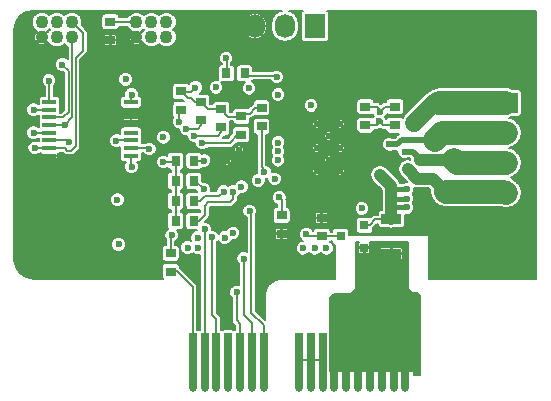
<source format=gbr>
G04 #@! TF.FileFunction,Copper,L1,Top,Plane*
%FSLAX46Y46*%
G04 Gerber Fmt 4.6, Leading zero omitted, Abs format (unit mm)*
G04 Created by KiCad (PCBNEW 4.0.6-e0-6349~53~ubuntu14.04.1) date Mon Mar 27 22:54:08 2017*
%MOMM*%
%LPD*%
G01*
G04 APERTURE LIST*
%ADD10C,0.100000*%
%ADD11C,0.600000*%
%ADD12R,0.650240X3.599180*%
%ADD13R,0.650240X4.599940*%
%ADD14O,0.650240X0.650240*%
%ADD15R,2.032000X1.727200*%
%ADD16O,2.032000X1.727200*%
%ADD17C,1.100000*%
%ADD18R,1.700000X0.900000*%
%ADD19R,0.864000X0.787000*%
%ADD20R,0.800100X0.800100*%
%ADD21R,1.727200X2.032000*%
%ADD22O,1.727200X2.032000*%
%ADD23R,0.787000X0.864000*%
%ADD24R,1.200000X0.400000*%
%ADD25C,0.200000*%
%ADD26C,0.150000*%
%ADD27C,1.000000*%
%ADD28C,0.400000*%
%ADD29C,1.500000*%
%ADD30C,2.000000*%
%ADD31C,0.500000*%
G04 APERTURE END LIST*
D10*
D11*
X152000000Y-83000000D03*
X152000000Y-81000000D03*
X153000000Y-84000000D03*
X151000000Y-84000000D03*
X153000000Y-82000000D03*
X151000000Y-82000000D03*
X153000000Y-80000000D03*
X151000000Y-80000000D03*
D12*
X159499600Y-99499620D03*
D13*
X158498840Y-100000000D03*
X157500620Y-100000000D03*
X156499860Y-100000000D03*
X155499100Y-100000000D03*
X154500880Y-100000000D03*
X153500120Y-100000000D03*
X152499360Y-100000000D03*
X151501140Y-100000000D03*
X150500380Y-100000000D03*
X149499620Y-100000000D03*
X144500900Y-100000000D03*
X143500140Y-100000000D03*
X142499380Y-100000000D03*
X141501160Y-100000000D03*
X140500400Y-100000000D03*
X146499880Y-100000000D03*
X145499120Y-100000000D03*
D14*
X156499860Y-102301240D03*
X155499100Y-102301240D03*
X154500880Y-102301240D03*
X153500120Y-102301240D03*
X152499360Y-102301240D03*
X151501140Y-102301240D03*
X150500380Y-102301240D03*
X144500900Y-102301240D03*
X143500140Y-102301240D03*
X157500620Y-102301240D03*
X145499120Y-102301240D03*
X142499380Y-102301240D03*
X149499620Y-102301240D03*
X146499880Y-102301240D03*
X141501160Y-102301240D03*
X140500400Y-102301240D03*
X158498840Y-102301240D03*
D15*
X167000000Y-78190000D03*
D16*
X167000000Y-80730000D03*
X167000000Y-83270000D03*
X167000000Y-85810000D03*
D11*
X143425000Y-83150000D03*
X144425000Y-82150000D03*
D17*
X138270000Y-72635000D03*
X138270000Y-71365000D03*
X137000000Y-72635000D03*
X137000000Y-71365000D03*
X135730000Y-72635000D03*
X135730000Y-71365000D03*
X130270000Y-72635000D03*
X130270000Y-71365000D03*
X129000000Y-72635000D03*
X129000000Y-71365000D03*
X127730000Y-72635000D03*
X127730000Y-71365000D03*
D18*
X157325000Y-90950000D03*
X157325000Y-88050000D03*
D19*
X151425000Y-89474500D03*
X151425000Y-87925500D03*
D20*
X155025760Y-90450000D03*
X155025760Y-88550000D03*
X153026780Y-89500000D03*
D21*
X150865000Y-71700000D03*
D22*
X148325000Y-71700000D03*
X145785000Y-71700000D03*
D19*
X155125000Y-80074500D03*
X155125000Y-78525500D03*
X148025000Y-87725500D03*
X148025000Y-89274500D03*
X144625000Y-79325500D03*
X144625000Y-80874500D03*
X157625000Y-80074500D03*
X157625000Y-78525500D03*
X133525000Y-71325500D03*
X133525000Y-72874500D03*
X142925000Y-78725500D03*
X142925000Y-80274500D03*
D23*
X143350500Y-75700000D03*
X144899500Y-75700000D03*
D19*
X138625000Y-90925500D03*
X138625000Y-92474500D03*
X139525000Y-77225500D03*
X139525000Y-78774500D03*
X146325000Y-78625500D03*
X146325000Y-80174500D03*
X141225000Y-78125500D03*
X141225000Y-79674500D03*
D23*
X139050500Y-86500000D03*
X140599500Y-86500000D03*
X139050500Y-88200000D03*
X140599500Y-88200000D03*
X139050500Y-84800000D03*
X140599500Y-84800000D03*
X139050500Y-83100000D03*
X140599500Y-83100000D03*
D24*
X128375000Y-78125000D03*
X128375000Y-78775000D03*
X128375000Y-79425000D03*
X128375000Y-80075000D03*
X128375000Y-80725000D03*
X128375000Y-81375000D03*
X128375000Y-82025000D03*
X128375000Y-82675000D03*
X135275000Y-82675000D03*
X135275000Y-82025000D03*
X135275000Y-81375000D03*
X135275000Y-80725000D03*
X135275000Y-80075000D03*
X135275000Y-79425000D03*
X135275000Y-78775000D03*
X135275000Y-78125000D03*
D11*
X129525000Y-82700000D03*
X145275000Y-76950000D03*
X143325000Y-74400000D03*
X147450000Y-84625000D03*
X135325000Y-77500000D03*
X140725000Y-76900000D03*
X138025000Y-83200000D03*
X151825000Y-90500000D03*
X150825000Y-90500000D03*
X149825000Y-90500000D03*
X140925000Y-90450000D03*
X139925000Y-80400000D03*
X140075000Y-90450000D03*
X139325000Y-79800000D03*
X143925000Y-89200000D03*
X143925000Y-85700000D03*
X143225000Y-89600000D03*
X143125000Y-85700000D03*
X158650000Y-85525000D03*
X158650000Y-86300000D03*
X158650000Y-87050000D03*
X134225000Y-90175000D03*
X156350000Y-84275000D03*
X156300000Y-79725000D03*
X142125000Y-89550000D03*
X141450000Y-83075000D03*
X141525000Y-88900000D03*
X141425000Y-85500000D03*
X138725000Y-89400000D03*
X141325000Y-81600000D03*
X156325000Y-78950000D03*
X147825000Y-86200000D03*
X159225000Y-79900000D03*
X157125000Y-81700000D03*
X158450000Y-82325000D03*
X158725000Y-83800000D03*
X144625000Y-85300000D03*
X154825000Y-87125000D03*
X150525000Y-78400000D03*
X147625000Y-76000000D03*
X142475000Y-76875000D03*
X146575000Y-84025000D03*
X129475000Y-74950000D03*
X138025000Y-81100000D03*
X130025000Y-81500000D03*
X136825000Y-82100000D03*
X134825000Y-76200000D03*
X128325000Y-76300000D03*
X147725000Y-83050000D03*
X135325000Y-83600000D03*
X147725000Y-82300000D03*
X127125000Y-82000000D03*
X129675000Y-80075000D03*
X147725000Y-77500000D03*
X147725000Y-81550000D03*
X140925000Y-89600000D03*
X140625000Y-81000000D03*
X144225000Y-94225000D03*
X127025000Y-78775000D03*
X145325000Y-87350000D03*
X134125000Y-86400000D03*
X134025000Y-81400000D03*
X144825000Y-91375000D03*
X127025000Y-80725000D03*
X146050000Y-84775000D03*
X150125000Y-89325000D03*
D25*
X128375000Y-82675000D02*
X129500000Y-82675000D01*
X129500000Y-82675000D02*
X129525000Y-82700000D01*
D26*
X143375000Y-75700000D02*
X143375000Y-74450000D01*
X143375000Y-74450000D02*
X143325000Y-74400000D01*
D25*
X135275000Y-77550000D02*
X135325000Y-77500000D01*
X135275000Y-78125000D02*
X135275000Y-77550000D01*
X140375000Y-77250000D02*
X140725000Y-76900000D01*
X140375000Y-77250000D02*
X139525000Y-77250000D01*
X138025000Y-83200000D02*
X138975000Y-83200000D01*
X139075000Y-88200000D02*
X139075000Y-86500000D01*
X139075000Y-86500000D02*
X139075000Y-84800000D01*
X139075000Y-84800000D02*
X139075000Y-83100000D01*
X139075000Y-83100000D02*
X138975000Y-83200000D01*
X141225000Y-78150000D02*
X140675000Y-78150000D01*
X140075000Y-77800000D02*
X139525000Y-77250000D01*
X140325000Y-77800000D02*
X140075000Y-77800000D01*
X140675000Y-78150000D02*
X140325000Y-77800000D01*
X142925000Y-78750000D02*
X141825000Y-78750000D01*
X141825000Y-78750000D02*
X141225000Y-78150000D01*
X144625000Y-79350000D02*
X143525000Y-79350000D01*
X143525000Y-79350000D02*
X142925000Y-78750000D01*
X146325000Y-78650000D02*
X145775000Y-78650000D01*
X145325000Y-79100000D02*
X144875000Y-79100000D01*
X145775000Y-78650000D02*
X145325000Y-79100000D01*
X144875000Y-79100000D02*
X144625000Y-79350000D01*
X139925000Y-80400000D02*
X140925000Y-80400000D01*
X141225000Y-80100000D02*
X141225000Y-79650000D01*
X140925000Y-80400000D02*
X141225000Y-80100000D01*
X139325000Y-78950000D02*
X139325000Y-79800000D01*
X139325000Y-78950000D02*
X139525000Y-78750000D01*
X140575000Y-88200000D02*
X141025000Y-88200000D01*
X143925000Y-86300000D02*
X143925000Y-85700000D01*
X143625000Y-86600000D02*
X143925000Y-86300000D01*
X141825000Y-86600000D02*
X143625000Y-86600000D01*
X141525000Y-86900000D02*
X141825000Y-86600000D01*
X141525000Y-87700000D02*
X141525000Y-86900000D01*
X141025000Y-88200000D02*
X141525000Y-87700000D01*
X140575000Y-86500000D02*
X141125000Y-86500000D01*
X141125000Y-86500000D02*
X141525000Y-86100000D01*
X141525000Y-86100000D02*
X142725000Y-86100000D01*
X142725000Y-86100000D02*
X143125000Y-85700000D01*
D27*
X157325000Y-88050000D02*
X157325000Y-85250000D01*
D28*
X157325000Y-85250000D02*
X157600000Y-85525000D01*
X157600000Y-85525000D02*
X158650000Y-85525000D01*
X157325000Y-87525000D02*
X157325000Y-86550000D01*
X157575000Y-86300000D02*
X158650000Y-86300000D01*
X157325000Y-86550000D02*
X157575000Y-86300000D01*
X157325000Y-88050000D02*
X157325000Y-87525000D01*
X157325000Y-87525000D02*
X157325000Y-87250000D01*
X157525000Y-87050000D02*
X158650000Y-87050000D01*
X157325000Y-87250000D02*
X157525000Y-87050000D01*
D27*
X157325000Y-85250000D02*
X156350000Y-84275000D01*
D26*
X157325000Y-88050000D02*
X155975000Y-88050000D01*
X155475000Y-88550000D02*
X155025760Y-88550000D01*
X155975000Y-88050000D02*
X155475000Y-88550000D01*
D25*
X156300000Y-79725000D02*
X156300000Y-79825000D01*
X156300000Y-79825000D02*
X156075000Y-80050000D01*
X156075000Y-80050000D02*
X155125000Y-80050000D01*
X156325000Y-79725000D02*
X156325000Y-79800000D01*
X156575000Y-80050000D02*
X157625000Y-80050000D01*
X156325000Y-79800000D02*
X156575000Y-80050000D01*
D28*
X156300000Y-79725000D02*
X156325000Y-79725000D01*
X156325000Y-79725000D02*
X156225000Y-79725000D01*
X157700000Y-80075000D02*
X157725000Y-80050000D01*
D25*
X151501140Y-100000000D02*
X150500380Y-100000000D01*
X150500380Y-100000000D02*
X149499620Y-100000000D01*
D26*
X151501140Y-100000000D02*
X151501140Y-102301240D01*
X150500380Y-100000000D02*
X150500380Y-102301240D01*
X149499620Y-100000000D02*
X149499620Y-102301240D01*
D25*
X142499380Y-100000000D02*
X142499380Y-96524380D01*
X142125000Y-96150000D02*
X142125000Y-89550000D01*
X142499380Y-96524380D02*
X142125000Y-96150000D01*
D26*
X141425000Y-83100000D02*
X140599500Y-83100000D01*
X141450000Y-83075000D02*
X141425000Y-83100000D01*
D25*
X140725000Y-83250000D02*
X140575000Y-83100000D01*
D26*
X142499380Y-102301240D02*
X142499380Y-100000000D01*
D25*
X141501160Y-88923840D02*
X141525000Y-88900000D01*
X141501160Y-100000000D02*
X141501160Y-88923840D01*
X141425000Y-85500000D02*
X140725000Y-84800000D01*
X140725000Y-84800000D02*
X140575000Y-84800000D01*
X140625000Y-84750000D02*
X140575000Y-84800000D01*
D26*
X141501160Y-102301240D02*
X141501160Y-100000000D01*
X138625000Y-90950000D02*
X138625000Y-89500000D01*
X138625000Y-89500000D02*
X138725000Y-89400000D01*
D25*
X141325000Y-81600000D02*
X143625000Y-81600000D01*
X143625000Y-81600000D02*
X144375000Y-80850000D01*
X144375000Y-80850000D02*
X144625000Y-80850000D01*
X156325000Y-78950000D02*
X156375000Y-78950000D01*
X156775000Y-78550000D02*
X157625000Y-78550000D01*
X156375000Y-78950000D02*
X156775000Y-78550000D01*
X156325000Y-78950000D02*
X156325000Y-78800000D01*
X156075000Y-78550000D02*
X155125000Y-78550000D01*
X156325000Y-78800000D02*
X156075000Y-78550000D01*
D28*
X156325000Y-78950000D02*
X156300000Y-78950000D01*
D25*
X148025000Y-86400000D02*
X148025000Y-87750000D01*
X147825000Y-86200000D02*
X148025000Y-86400000D01*
D29*
X159225000Y-79900000D02*
X160925000Y-78200000D01*
D30*
X166990000Y-78200000D02*
X161325000Y-78200000D01*
D29*
X160925000Y-78200000D02*
X161325000Y-78200000D01*
D30*
X166990000Y-78200000D02*
X167000000Y-78190000D01*
D31*
X157125000Y-81700000D02*
X157825000Y-81700000D01*
D30*
X161595000Y-80730000D02*
X167000000Y-80730000D01*
X161025000Y-81300000D02*
X161595000Y-80730000D01*
D31*
X158225000Y-81300000D02*
X161025000Y-81300000D01*
X157825000Y-81700000D02*
X158225000Y-81300000D01*
X158450000Y-82325000D02*
X159125000Y-82325000D01*
X159125000Y-82325000D02*
X159800000Y-83000000D01*
D30*
X162895000Y-83270000D02*
X167000000Y-83270000D01*
X162625000Y-83000000D02*
X162895000Y-83270000D01*
D27*
X159725000Y-83000000D02*
X159800000Y-83000000D01*
X159800000Y-83000000D02*
X162625000Y-83000000D01*
X158725000Y-83800000D02*
X159525000Y-84600000D01*
D30*
X161925000Y-85700000D02*
X166890000Y-85700000D01*
D27*
X160825000Y-84600000D02*
X161925000Y-85700000D01*
X159525000Y-84600000D02*
X160825000Y-84600000D01*
D30*
X166890000Y-85700000D02*
X167000000Y-85810000D01*
D26*
X147725000Y-75900000D02*
X145075000Y-75900000D01*
X145075000Y-75900000D02*
X144875000Y-75700000D01*
D25*
X147725000Y-75900000D02*
X147725000Y-75900000D01*
X147725000Y-75900000D02*
X147625000Y-76000000D01*
X146575000Y-84025000D02*
X146575000Y-83850000D01*
X146325000Y-83600000D02*
X146325000Y-80150000D01*
X146575000Y-83850000D02*
X146325000Y-83600000D01*
D26*
X129500000Y-79425000D02*
X129999996Y-78925004D01*
X129999996Y-78925004D02*
X129999996Y-75474996D01*
X129999996Y-75474996D02*
X129475000Y-74950000D01*
X128375000Y-79425000D02*
X129500000Y-79425000D01*
X128375000Y-81375000D02*
X129900000Y-81375000D01*
X129900000Y-81375000D02*
X130025000Y-81500000D01*
D25*
X136750000Y-82025000D02*
X136825000Y-82100000D01*
X136750000Y-82025000D02*
X135275000Y-82025000D01*
X135730000Y-71365000D02*
X133540000Y-71365000D01*
X133540000Y-71365000D02*
X133525000Y-71350000D01*
X128375000Y-78125000D02*
X128375000Y-76350000D01*
X128375000Y-76350000D02*
X128325000Y-76300000D01*
X135275000Y-83550000D02*
X135325000Y-83600000D01*
X135275000Y-83550000D02*
X135275000Y-82675000D01*
D26*
X128375000Y-82025000D02*
X129650000Y-82025000D01*
X131200000Y-72295000D02*
X130270000Y-71365000D01*
X131200000Y-73800000D02*
X131200000Y-72295000D01*
X130600000Y-74400000D02*
X131200000Y-73800000D01*
X130600000Y-81875000D02*
X130600000Y-74400000D01*
X130225000Y-82250000D02*
X130600000Y-81875000D01*
X129875000Y-82250000D02*
X130225000Y-82250000D01*
X129650000Y-82025000D02*
X129875000Y-82250000D01*
D25*
X127150000Y-82025000D02*
X127125000Y-82000000D01*
X127150000Y-82025000D02*
X128375000Y-82025000D01*
D26*
X129675000Y-80075000D02*
X129675000Y-80025000D01*
X130299998Y-79400002D02*
X130299998Y-72664998D01*
X129675000Y-80025000D02*
X130299998Y-79400002D01*
X130299998Y-72664998D02*
X130270000Y-72635000D01*
X129675000Y-80075000D02*
X129650000Y-80075000D01*
X129650000Y-80075000D02*
X128375000Y-80075000D01*
D25*
X140625000Y-81000000D02*
X142625000Y-81000000D01*
X142925000Y-80700000D02*
X142925000Y-80250000D01*
X142625000Y-81000000D02*
X142925000Y-80700000D01*
D26*
X144500900Y-96875900D02*
X144225000Y-96600000D01*
X144225000Y-96600000D02*
X144225000Y-94225000D01*
X144500900Y-100000000D02*
X144500900Y-96875900D01*
X127025000Y-78775000D02*
X128375000Y-78775000D01*
X144500900Y-100000000D02*
X144500900Y-102301240D01*
X143500140Y-102301240D02*
X143500140Y-100000000D01*
D25*
X146499880Y-96974880D02*
X146499880Y-100000000D01*
X145475000Y-87500000D02*
X145325000Y-87350000D01*
X145475000Y-95950000D02*
X145475000Y-87500000D01*
X146499880Y-96974880D02*
X145475000Y-95950000D01*
X134050000Y-81375000D02*
X134025000Y-81400000D01*
X135275000Y-81375000D02*
X134050000Y-81375000D01*
D26*
X146499880Y-100000000D02*
X146499880Y-102301240D01*
X145499120Y-96849120D02*
X144825000Y-96175000D01*
X144825000Y-96175000D02*
X144825000Y-91375000D01*
X145499120Y-100000000D02*
X145499120Y-96849120D01*
X127025000Y-80725000D02*
X128375000Y-80725000D01*
X145499120Y-100000000D02*
X145499120Y-102301240D01*
X157325000Y-90950000D02*
X155975000Y-90950000D01*
X155475000Y-90450000D02*
X155025760Y-90450000D01*
X155975000Y-90950000D02*
X155475000Y-90450000D01*
D31*
X158498840Y-100000000D02*
X157500620Y-100000000D01*
X157500620Y-100000000D02*
X156499860Y-100000000D01*
X156499860Y-100000000D02*
X155499100Y-100000000D01*
X155499100Y-100000000D02*
X154500880Y-100000000D01*
X154500880Y-100000000D02*
X153500120Y-100000000D01*
X153500120Y-100000000D02*
X152499360Y-100000000D01*
X157500620Y-102301240D02*
X157500620Y-100000000D01*
X158498840Y-102301240D02*
X158498840Y-100000000D01*
D26*
X156499860Y-100000000D02*
X156499860Y-102301240D01*
X155499100Y-100000000D02*
X155499100Y-102301240D01*
X154500880Y-100000000D02*
X154500880Y-102301240D01*
X153500120Y-100000000D02*
X153500120Y-102301240D01*
X152499360Y-100000000D02*
X152499360Y-102301240D01*
X140500400Y-100000000D02*
X140500400Y-93775400D01*
X139175000Y-92450000D02*
X138625000Y-92450000D01*
X140500400Y-93775400D02*
X139175000Y-92450000D01*
X140500400Y-100000000D02*
X140500400Y-102301240D01*
X150274500Y-89474500D02*
X151425000Y-89474500D01*
X150274500Y-89474500D02*
X150125000Y-89325000D01*
X153026780Y-89500000D02*
X151450500Y-89500000D01*
X151450500Y-89500000D02*
X151425000Y-89474500D01*
D25*
G36*
X147872056Y-70427922D02*
X147488068Y-70684494D01*
X147231496Y-71068482D01*
X147141400Y-71521426D01*
X147141400Y-71878574D01*
X147231496Y-72331518D01*
X147488068Y-72715506D01*
X147872056Y-72972078D01*
X148325000Y-73062174D01*
X148777944Y-72972078D01*
X149161932Y-72715506D01*
X149418504Y-72331518D01*
X149508600Y-71878574D01*
X149508600Y-71521426D01*
X149418504Y-71068482D01*
X149161932Y-70684494D01*
X148777944Y-70427922D01*
X148612434Y-70395000D01*
X149859573Y-70395000D01*
X149773902Y-70450128D01*
X149700836Y-70557063D01*
X149675131Y-70684000D01*
X149675131Y-72716000D01*
X149697444Y-72834585D01*
X149767528Y-72943498D01*
X149874463Y-73016564D01*
X150001400Y-73042269D01*
X151728600Y-73042269D01*
X151847185Y-73019956D01*
X151956098Y-72949872D01*
X152029164Y-72842937D01*
X152054869Y-72716000D01*
X152054869Y-70684000D01*
X152032556Y-70565415D01*
X151962472Y-70456502D01*
X151872461Y-70395000D01*
X169561098Y-70395000D01*
X169597716Y-70402284D01*
X169605000Y-70438903D01*
X169605000Y-93061097D01*
X169597716Y-93097716D01*
X169586234Y-93100000D01*
X160525000Y-93100000D01*
X160525000Y-89500000D01*
X160517121Y-89461094D01*
X160494727Y-89428319D01*
X160461346Y-89406839D01*
X160425000Y-89400000D01*
X153753099Y-89400000D01*
X153753099Y-89099950D01*
X153730786Y-88981365D01*
X153660702Y-88872452D01*
X153553767Y-88799386D01*
X153426830Y-88773681D01*
X152626730Y-88773681D01*
X152508145Y-88795994D01*
X152399232Y-88866078D01*
X152326166Y-88973013D01*
X152300461Y-89099950D01*
X152300461Y-89105000D01*
X152183269Y-89105000D01*
X152183269Y-89081000D01*
X152160956Y-88962415D01*
X152090872Y-88853502D01*
X151983937Y-88780436D01*
X151857000Y-88754731D01*
X150993000Y-88754731D01*
X150874415Y-88777044D01*
X150765502Y-88847128D01*
X150692436Y-88954063D01*
X150676036Y-89035049D01*
X150650917Y-88974257D01*
X150476661Y-88799696D01*
X150248867Y-88705107D01*
X150002215Y-88704892D01*
X149774257Y-88799083D01*
X149599696Y-88973339D01*
X149505107Y-89201133D01*
X149504892Y-89447785D01*
X149599083Y-89675743D01*
X149773339Y-89850304D01*
X149844894Y-89880016D01*
X149702215Y-89879892D01*
X149474257Y-89974083D01*
X149299696Y-90148339D01*
X149205107Y-90376133D01*
X149204892Y-90622785D01*
X149299083Y-90850743D01*
X149473339Y-91025304D01*
X149701133Y-91119893D01*
X149947785Y-91120108D01*
X150175743Y-91025917D01*
X150325108Y-90876813D01*
X150473339Y-91025304D01*
X150701133Y-91119893D01*
X150947785Y-91120108D01*
X151175743Y-91025917D01*
X151325108Y-90876813D01*
X151473339Y-91025304D01*
X151701133Y-91119893D01*
X151947785Y-91120108D01*
X152175743Y-91025917D01*
X152350304Y-90851661D01*
X152444893Y-90623867D01*
X152445108Y-90377215D01*
X152350917Y-90149257D01*
X152176661Y-89974696D01*
X152162826Y-89968951D01*
X152177801Y-89895000D01*
X152300461Y-89895000D01*
X152300461Y-89900050D01*
X152322774Y-90018635D01*
X152392858Y-90127548D01*
X152499793Y-90200614D01*
X152525000Y-90205718D01*
X152525000Y-93100000D01*
X148225000Y-93100000D01*
X148186094Y-93107879D01*
X148156169Y-93128325D01*
X148077062Y-93112590D01*
X147922939Y-93112590D01*
X147559391Y-93184904D01*
X147559390Y-93184904D01*
X147417000Y-93243884D01*
X147108798Y-93449819D01*
X147054309Y-93504309D01*
X146999819Y-93558798D01*
X146793884Y-93867000D01*
X146734904Y-94009390D01*
X146734904Y-94009391D01*
X146662590Y-94372940D01*
X146662590Y-94411843D01*
X146655000Y-94450000D01*
X146655000Y-96536030D01*
X145895000Y-95776030D01*
X145895000Y-89324500D01*
X147493000Y-89324500D01*
X147493000Y-89687891D01*
X147508224Y-89724645D01*
X147536354Y-89752776D01*
X147573109Y-89768000D01*
X147975000Y-89768000D01*
X148000000Y-89743000D01*
X148000000Y-89299500D01*
X148050000Y-89299500D01*
X148050000Y-89743000D01*
X148075000Y-89768000D01*
X148476891Y-89768000D01*
X148513646Y-89752776D01*
X148541776Y-89724645D01*
X148557000Y-89687891D01*
X148557000Y-89324500D01*
X148532000Y-89299500D01*
X148050000Y-89299500D01*
X148000000Y-89299500D01*
X147518000Y-89299500D01*
X147493000Y-89324500D01*
X145895000Y-89324500D01*
X145895000Y-88861109D01*
X147493000Y-88861109D01*
X147493000Y-89224500D01*
X147518000Y-89249500D01*
X148000000Y-89249500D01*
X148000000Y-88806000D01*
X148050000Y-88806000D01*
X148050000Y-89249500D01*
X148532000Y-89249500D01*
X148557000Y-89224500D01*
X148557000Y-88861109D01*
X148541776Y-88824355D01*
X148513646Y-88796224D01*
X148476891Y-88781000D01*
X148075000Y-88781000D01*
X148050000Y-88806000D01*
X148000000Y-88806000D01*
X147975000Y-88781000D01*
X147573109Y-88781000D01*
X147536354Y-88796224D01*
X147508224Y-88824355D01*
X147493000Y-88861109D01*
X145895000Y-88861109D01*
X145895000Y-87594022D01*
X145944893Y-87473867D01*
X145945108Y-87227215D01*
X145850917Y-86999257D01*
X145676661Y-86824696D01*
X145448867Y-86730107D01*
X145202215Y-86729892D01*
X144974257Y-86824083D01*
X144799696Y-86998339D01*
X144705107Y-87226133D01*
X144704892Y-87472785D01*
X144799083Y-87700743D01*
X144973339Y-87875304D01*
X145055000Y-87909213D01*
X145055000Y-90799178D01*
X144948867Y-90755107D01*
X144702215Y-90754892D01*
X144474257Y-90849083D01*
X144299696Y-91023339D01*
X144205107Y-91251133D01*
X144204892Y-91497785D01*
X144299083Y-91725743D01*
X144430000Y-91856889D01*
X144430000Y-93638797D01*
X144348867Y-93605107D01*
X144102215Y-93604892D01*
X143874257Y-93699083D01*
X143699696Y-93873339D01*
X143605107Y-94101133D01*
X143604892Y-94347785D01*
X143699083Y-94575743D01*
X143830000Y-94706889D01*
X143830000Y-96600000D01*
X143860068Y-96751160D01*
X143945693Y-96879307D01*
X144105900Y-97039515D01*
X144105900Y-97386910D01*
X144057195Y-97396074D01*
X144000565Y-97432515D01*
X143952197Y-97399466D01*
X143825260Y-97373761D01*
X143175020Y-97373761D01*
X143056435Y-97396074D01*
X142999805Y-97432515D01*
X142951437Y-97399466D01*
X142919380Y-97392974D01*
X142919380Y-96524380D01*
X142887409Y-96363653D01*
X142796365Y-96227395D01*
X142545000Y-95976030D01*
X142545000Y-90006781D01*
X142650304Y-89901661D01*
X142664588Y-89867260D01*
X142699083Y-89950743D01*
X142873339Y-90125304D01*
X143101133Y-90219893D01*
X143347785Y-90220108D01*
X143575743Y-90125917D01*
X143750304Y-89951661D01*
X143805018Y-89819896D01*
X144047785Y-89820108D01*
X144275743Y-89725917D01*
X144450304Y-89551661D01*
X144544893Y-89323867D01*
X144545108Y-89077215D01*
X144450917Y-88849257D01*
X144276661Y-88674696D01*
X144048867Y-88580107D01*
X143802215Y-88579892D01*
X143574257Y-88674083D01*
X143399696Y-88848339D01*
X143344982Y-88980104D01*
X143102215Y-88979892D01*
X142874257Y-89074083D01*
X142699696Y-89248339D01*
X142685412Y-89282740D01*
X142650917Y-89199257D01*
X142476661Y-89024696D01*
X142248867Y-88930107D01*
X142144975Y-88930016D01*
X142145108Y-88777215D01*
X142050917Y-88549257D01*
X141876661Y-88374696D01*
X141648867Y-88280107D01*
X141538959Y-88280011D01*
X141821985Y-87996985D01*
X141913029Y-87860727D01*
X141945000Y-87700000D01*
X141945000Y-87073970D01*
X141998970Y-87020000D01*
X143625000Y-87020000D01*
X143785727Y-86988029D01*
X143921985Y-86896985D01*
X144221985Y-86596985D01*
X144313029Y-86460727D01*
X144340467Y-86322785D01*
X147204892Y-86322785D01*
X147299083Y-86550743D01*
X147473339Y-86725304D01*
X147605000Y-86779975D01*
X147605000Y-87005731D01*
X147593000Y-87005731D01*
X147474415Y-87028044D01*
X147365502Y-87098128D01*
X147292436Y-87205063D01*
X147266731Y-87332000D01*
X147266731Y-88119000D01*
X147289044Y-88237585D01*
X147359128Y-88346498D01*
X147466063Y-88419564D01*
X147593000Y-88445269D01*
X148457000Y-88445269D01*
X148575585Y-88422956D01*
X148684498Y-88352872D01*
X148757564Y-88245937D01*
X148783269Y-88119000D01*
X148783269Y-87975500D01*
X150893000Y-87975500D01*
X150893000Y-88338891D01*
X150908224Y-88375645D01*
X150936354Y-88403776D01*
X150973109Y-88419000D01*
X151375000Y-88419000D01*
X151400000Y-88394000D01*
X151400000Y-87950500D01*
X151450000Y-87950500D01*
X151450000Y-88394000D01*
X151475000Y-88419000D01*
X151876891Y-88419000D01*
X151913646Y-88403776D01*
X151941776Y-88375645D01*
X151957000Y-88338891D01*
X151957000Y-88149950D01*
X154299441Y-88149950D01*
X154299441Y-88950050D01*
X154321754Y-89068635D01*
X154391838Y-89177548D01*
X154498773Y-89250614D01*
X154625710Y-89276319D01*
X155425810Y-89276319D01*
X155544395Y-89254006D01*
X155653308Y-89183922D01*
X155726374Y-89076987D01*
X155752079Y-88950050D01*
X155752079Y-88830796D01*
X155754307Y-88829307D01*
X156138614Y-88445000D01*
X156148731Y-88445000D01*
X156148731Y-88500000D01*
X156171044Y-88618585D01*
X156241128Y-88727498D01*
X156348063Y-88800564D01*
X156475000Y-88826269D01*
X157105150Y-88826269D01*
X157325000Y-88870000D01*
X157544850Y-88826269D01*
X158175000Y-88826269D01*
X158293585Y-88803956D01*
X158402498Y-88733872D01*
X158475564Y-88626937D01*
X158501269Y-88500000D01*
X158501269Y-87659568D01*
X158526133Y-87669893D01*
X158772785Y-87670108D01*
X159000743Y-87575917D01*
X159175304Y-87401661D01*
X159269893Y-87173867D01*
X159270108Y-86927215D01*
X159175917Y-86699257D01*
X159151813Y-86675111D01*
X159175304Y-86651661D01*
X159269893Y-86423867D01*
X159270108Y-86177215D01*
X159175917Y-85949257D01*
X159139313Y-85912589D01*
X159175304Y-85876661D01*
X159269893Y-85648867D01*
X159270108Y-85402215D01*
X159255289Y-85366351D01*
X159525000Y-85420001D01*
X159525005Y-85420000D01*
X160485344Y-85420000D01*
X160631603Y-85566259D01*
X160605000Y-85700000D01*
X160705479Y-86205142D01*
X160991619Y-86633381D01*
X161419858Y-86919521D01*
X161925000Y-87020000D01*
X166480608Y-87020000D01*
X166494857Y-87029521D01*
X167000000Y-87130000D01*
X167505142Y-87029521D01*
X167933381Y-86743381D01*
X167983566Y-86668273D01*
X168015506Y-86646932D01*
X168272078Y-86262944D01*
X168362174Y-85810000D01*
X168272078Y-85357056D01*
X168015506Y-84973068D01*
X167983566Y-84951727D01*
X167933381Y-84876619D01*
X167823381Y-84766619D01*
X167430804Y-84504308D01*
X167505142Y-84489521D01*
X167933381Y-84203381D01*
X167983566Y-84128273D01*
X168015506Y-84106932D01*
X168272078Y-83722944D01*
X168362174Y-83270000D01*
X168272078Y-82817056D01*
X168015506Y-82433068D01*
X167983566Y-82411727D01*
X167933381Y-82336619D01*
X167505142Y-82050479D01*
X167251367Y-82000000D01*
X167505142Y-81949521D01*
X167933381Y-81663381D01*
X167983566Y-81588273D01*
X168015506Y-81566932D01*
X168272078Y-81182944D01*
X168362174Y-80730000D01*
X168272078Y-80277056D01*
X168015506Y-79893068D01*
X167983566Y-79871727D01*
X167933381Y-79796619D01*
X167505142Y-79510479D01*
X167271504Y-79464005D01*
X167495142Y-79419521D01*
X167554485Y-79379869D01*
X168016000Y-79379869D01*
X168134585Y-79357556D01*
X168243498Y-79287472D01*
X168316564Y-79180537D01*
X168342269Y-79053600D01*
X168342269Y-77326400D01*
X168319956Y-77207815D01*
X168249872Y-77098902D01*
X168142937Y-77025836D01*
X168016000Y-77000131D01*
X167549519Y-77000131D01*
X167505142Y-76970479D01*
X167000000Y-76870000D01*
X166949727Y-76880000D01*
X161325000Y-76880000D01*
X160819858Y-76980479D01*
X160391619Y-77266619D01*
X160358274Y-77316524D01*
X160168396Y-77443396D01*
X158468396Y-79143396D01*
X158270493Y-79439578D01*
X158183937Y-79380436D01*
X158057000Y-79354731D01*
X157193000Y-79354731D01*
X157074415Y-79377044D01*
X156965502Y-79447128D01*
X156897282Y-79546971D01*
X156825917Y-79374257D01*
X156801791Y-79350089D01*
X156850304Y-79301661D01*
X156932145Y-79104566D01*
X156959128Y-79146498D01*
X157066063Y-79219564D01*
X157193000Y-79245269D01*
X158057000Y-79245269D01*
X158175585Y-79222956D01*
X158284498Y-79152872D01*
X158357564Y-79045937D01*
X158383269Y-78919000D01*
X158383269Y-78132000D01*
X158360956Y-78013415D01*
X158290872Y-77904502D01*
X158183937Y-77831436D01*
X158057000Y-77805731D01*
X157193000Y-77805731D01*
X157074415Y-77828044D01*
X156965502Y-77898128D01*
X156892436Y-78005063D01*
X156867136Y-78130000D01*
X156775000Y-78130000D01*
X156614273Y-78161971D01*
X156478015Y-78253015D01*
X156425000Y-78306030D01*
X156371985Y-78253015D01*
X156235727Y-78161971D01*
X156075000Y-78130000D01*
X155882893Y-78130000D01*
X155860956Y-78013415D01*
X155790872Y-77904502D01*
X155683937Y-77831436D01*
X155557000Y-77805731D01*
X154693000Y-77805731D01*
X154574415Y-77828044D01*
X154465502Y-77898128D01*
X154392436Y-78005063D01*
X154366731Y-78132000D01*
X154366731Y-78919000D01*
X154389044Y-79037585D01*
X154459128Y-79146498D01*
X154566063Y-79219564D01*
X154693000Y-79245269D01*
X155557000Y-79245269D01*
X155675585Y-79222956D01*
X155747753Y-79176517D01*
X155799083Y-79300743D01*
X155823209Y-79324911D01*
X155774696Y-79373339D01*
X155752341Y-79427175D01*
X155683937Y-79380436D01*
X155557000Y-79354731D01*
X154693000Y-79354731D01*
X154574415Y-79377044D01*
X154465502Y-79447128D01*
X154392436Y-79554063D01*
X154366731Y-79681000D01*
X154366731Y-80468000D01*
X154389044Y-80586585D01*
X154459128Y-80695498D01*
X154566063Y-80768564D01*
X154693000Y-80794269D01*
X155557000Y-80794269D01*
X155675585Y-80771956D01*
X155784498Y-80701872D01*
X155857564Y-80594937D01*
X155882864Y-80470000D01*
X156075000Y-80470000D01*
X156235727Y-80438029D01*
X156325000Y-80378379D01*
X156414273Y-80438029D01*
X156575000Y-80470000D01*
X156867107Y-80470000D01*
X156889044Y-80586585D01*
X156959128Y-80695498D01*
X157066063Y-80768564D01*
X157193000Y-80794269D01*
X157975621Y-80794269D01*
X157853062Y-80876160D01*
X157821949Y-80896949D01*
X157588898Y-81130000D01*
X157369022Y-81130000D01*
X157248867Y-81080107D01*
X157002215Y-81079892D01*
X156774257Y-81174083D01*
X156599696Y-81348339D01*
X156505107Y-81576133D01*
X156504892Y-81822785D01*
X156599083Y-82050743D01*
X156773339Y-82225304D01*
X157001133Y-82319893D01*
X157247785Y-82320108D01*
X157369055Y-82270000D01*
X157825000Y-82270000D01*
X157830048Y-82268996D01*
X157829892Y-82447785D01*
X157924083Y-82675743D01*
X158098339Y-82850304D01*
X158326133Y-82944893D01*
X158572785Y-82945108D01*
X158694055Y-82895000D01*
X158888898Y-82895000D01*
X158919749Y-82925851D01*
X158905000Y-83000000D01*
X158908273Y-83016455D01*
X158725000Y-82979999D01*
X158411199Y-83042419D01*
X158145172Y-83220172D01*
X157967419Y-83486199D01*
X157904999Y-83800000D01*
X157967419Y-84113801D01*
X158145172Y-84379828D01*
X158670361Y-84905017D01*
X158527215Y-84904892D01*
X158299257Y-84999083D01*
X158293330Y-85005000D01*
X158096266Y-85005000D01*
X158082581Y-84936199D01*
X157974668Y-84774696D01*
X157904828Y-84670172D01*
X157904825Y-84670170D01*
X156929828Y-83695172D01*
X156663801Y-83517419D01*
X156350000Y-83454999D01*
X156036199Y-83517419D01*
X155770172Y-83695172D01*
X155592419Y-83961199D01*
X155529999Y-84275000D01*
X155592419Y-84588801D01*
X155770172Y-84854828D01*
X156505000Y-85589655D01*
X156505000Y-87273731D01*
X156475000Y-87273731D01*
X156356415Y-87296044D01*
X156247502Y-87366128D01*
X156174436Y-87473063D01*
X156148731Y-87600000D01*
X156148731Y-87655000D01*
X155975000Y-87655000D01*
X155823840Y-87685068D01*
X155699723Y-87768000D01*
X155695693Y-87770693D01*
X155590918Y-87875468D01*
X155552747Y-87849386D01*
X155425810Y-87823681D01*
X154625710Y-87823681D01*
X154507125Y-87845994D01*
X154398212Y-87916078D01*
X154325146Y-88023013D01*
X154299441Y-88149950D01*
X151957000Y-88149950D01*
X151957000Y-87975500D01*
X151932000Y-87950500D01*
X151450000Y-87950500D01*
X151400000Y-87950500D01*
X150918000Y-87950500D01*
X150893000Y-87975500D01*
X148783269Y-87975500D01*
X148783269Y-87512109D01*
X150893000Y-87512109D01*
X150893000Y-87875500D01*
X150918000Y-87900500D01*
X151400000Y-87900500D01*
X151400000Y-87457000D01*
X151450000Y-87457000D01*
X151450000Y-87900500D01*
X151932000Y-87900500D01*
X151957000Y-87875500D01*
X151957000Y-87512109D01*
X151941776Y-87475355D01*
X151913646Y-87447224D01*
X151876891Y-87432000D01*
X151475000Y-87432000D01*
X151450000Y-87457000D01*
X151400000Y-87457000D01*
X151375000Y-87432000D01*
X150973109Y-87432000D01*
X150936354Y-87447224D01*
X150908224Y-87475355D01*
X150893000Y-87512109D01*
X148783269Y-87512109D01*
X148783269Y-87332000D01*
X148767424Y-87247785D01*
X154204892Y-87247785D01*
X154299083Y-87475743D01*
X154473339Y-87650304D01*
X154701133Y-87744893D01*
X154947785Y-87745108D01*
X155175743Y-87650917D01*
X155350304Y-87476661D01*
X155444893Y-87248867D01*
X155445108Y-87002215D01*
X155350917Y-86774257D01*
X155176661Y-86599696D01*
X154948867Y-86505107D01*
X154702215Y-86504892D01*
X154474257Y-86599083D01*
X154299696Y-86773339D01*
X154205107Y-87001133D01*
X154204892Y-87247785D01*
X148767424Y-87247785D01*
X148760956Y-87213415D01*
X148690872Y-87104502D01*
X148583937Y-87031436D01*
X148457000Y-87005731D01*
X148445000Y-87005731D01*
X148445000Y-86400000D01*
X148434726Y-86348351D01*
X148444893Y-86323867D01*
X148445108Y-86077215D01*
X148350917Y-85849257D01*
X148176661Y-85674696D01*
X147948867Y-85580107D01*
X147702215Y-85579892D01*
X147474257Y-85674083D01*
X147299696Y-85848339D01*
X147205107Y-86076133D01*
X147204892Y-86322785D01*
X144340467Y-86322785D01*
X144345000Y-86300000D01*
X144345000Y-86156781D01*
X144450304Y-86051661D01*
X144505018Y-85919896D01*
X144747785Y-85920108D01*
X144975743Y-85825917D01*
X145150304Y-85651661D01*
X145244893Y-85423867D01*
X145245108Y-85177215D01*
X145150917Y-84949257D01*
X145099535Y-84897785D01*
X145429892Y-84897785D01*
X145524083Y-85125743D01*
X145698339Y-85300304D01*
X145926133Y-85394893D01*
X146172785Y-85395108D01*
X146400743Y-85300917D01*
X146575304Y-85126661D01*
X146669893Y-84898867D01*
X146670108Y-84652215D01*
X146667160Y-84645081D01*
X146697785Y-84645108D01*
X146830029Y-84590465D01*
X146829892Y-84747785D01*
X146924083Y-84975743D01*
X147098339Y-85150304D01*
X147326133Y-85244893D01*
X147572785Y-85245108D01*
X147800743Y-85150917D01*
X147975304Y-84976661D01*
X148069893Y-84748867D01*
X148070108Y-84502215D01*
X147981516Y-84287806D01*
X150747549Y-84287806D01*
X150780957Y-84344020D01*
X150929282Y-84401657D01*
X151088372Y-84398146D01*
X151219043Y-84344020D01*
X151252451Y-84287806D01*
X152747549Y-84287806D01*
X152780957Y-84344020D01*
X152929282Y-84401657D01*
X153088372Y-84398146D01*
X153219043Y-84344020D01*
X153252451Y-84287806D01*
X153000000Y-84035355D01*
X152747549Y-84287806D01*
X151252451Y-84287806D01*
X151000000Y-84035355D01*
X150747549Y-84287806D01*
X147981516Y-84287806D01*
X147975917Y-84274257D01*
X147801661Y-84099696D01*
X147573867Y-84005107D01*
X147327215Y-84004892D01*
X147194971Y-84059535D01*
X147195084Y-83929282D01*
X150598343Y-83929282D01*
X150601854Y-84088372D01*
X150655980Y-84219043D01*
X150712194Y-84252451D01*
X150964645Y-84000000D01*
X151035355Y-84000000D01*
X151287806Y-84252451D01*
X151344020Y-84219043D01*
X151401657Y-84070718D01*
X151398536Y-83929282D01*
X152598343Y-83929282D01*
X152601854Y-84088372D01*
X152655980Y-84219043D01*
X152712194Y-84252451D01*
X152964645Y-84000000D01*
X153035355Y-84000000D01*
X153287806Y-84252451D01*
X153344020Y-84219043D01*
X153401657Y-84070718D01*
X153398146Y-83911628D01*
X153344020Y-83780957D01*
X153287806Y-83747549D01*
X153035355Y-84000000D01*
X152964645Y-84000000D01*
X152712194Y-83747549D01*
X152655980Y-83780957D01*
X152598343Y-83929282D01*
X151398536Y-83929282D01*
X151398146Y-83911628D01*
X151344020Y-83780957D01*
X151287806Y-83747549D01*
X151035355Y-84000000D01*
X150964645Y-84000000D01*
X150712194Y-83747549D01*
X150655980Y-83780957D01*
X150598343Y-83929282D01*
X147195084Y-83929282D01*
X147195108Y-83902215D01*
X147116593Y-83712194D01*
X150747549Y-83712194D01*
X151000000Y-83964645D01*
X151252451Y-83712194D01*
X152747549Y-83712194D01*
X153000000Y-83964645D01*
X153252451Y-83712194D01*
X153219043Y-83655980D01*
X153070718Y-83598343D01*
X152911628Y-83601854D01*
X152780957Y-83655980D01*
X152747549Y-83712194D01*
X151252451Y-83712194D01*
X151219043Y-83655980D01*
X151070718Y-83598343D01*
X150911628Y-83601854D01*
X150780957Y-83655980D01*
X150747549Y-83712194D01*
X147116593Y-83712194D01*
X147100917Y-83674257D01*
X146926661Y-83499696D01*
X146745000Y-83424263D01*
X146745000Y-81672785D01*
X147104892Y-81672785D01*
X147199083Y-81900743D01*
X147223187Y-81924889D01*
X147199696Y-81948339D01*
X147105107Y-82176133D01*
X147104892Y-82422785D01*
X147199083Y-82650743D01*
X147223187Y-82674889D01*
X147199696Y-82698339D01*
X147105107Y-82926133D01*
X147104892Y-83172785D01*
X147199083Y-83400743D01*
X147373339Y-83575304D01*
X147601133Y-83669893D01*
X147847785Y-83670108D01*
X148075743Y-83575917D01*
X148250304Y-83401661D01*
X148297581Y-83287806D01*
X151747549Y-83287806D01*
X151780957Y-83344020D01*
X151929282Y-83401657D01*
X152088372Y-83398146D01*
X152219043Y-83344020D01*
X152252451Y-83287806D01*
X152000000Y-83035355D01*
X151747549Y-83287806D01*
X148297581Y-83287806D01*
X148344893Y-83173867D01*
X148345106Y-82929282D01*
X151598343Y-82929282D01*
X151601854Y-83088372D01*
X151655980Y-83219043D01*
X151712194Y-83252451D01*
X151964645Y-83000000D01*
X152035355Y-83000000D01*
X152287806Y-83252451D01*
X152344020Y-83219043D01*
X152401657Y-83070718D01*
X152398146Y-82911628D01*
X152344020Y-82780957D01*
X152287806Y-82747549D01*
X152035355Y-83000000D01*
X151964645Y-83000000D01*
X151712194Y-82747549D01*
X151655980Y-82780957D01*
X151598343Y-82929282D01*
X148345106Y-82929282D01*
X148345108Y-82927215D01*
X148256263Y-82712194D01*
X151747549Y-82712194D01*
X152000000Y-82964645D01*
X152252451Y-82712194D01*
X152219043Y-82655980D01*
X152070718Y-82598343D01*
X151911628Y-82601854D01*
X151780957Y-82655980D01*
X151747549Y-82712194D01*
X148256263Y-82712194D01*
X148250917Y-82699257D01*
X148226813Y-82675111D01*
X148250304Y-82651661D01*
X148344893Y-82423867D01*
X148345011Y-82287806D01*
X150747549Y-82287806D01*
X150780957Y-82344020D01*
X150929282Y-82401657D01*
X151088372Y-82398146D01*
X151219043Y-82344020D01*
X151252451Y-82287806D01*
X152747549Y-82287806D01*
X152780957Y-82344020D01*
X152929282Y-82401657D01*
X153088372Y-82398146D01*
X153219043Y-82344020D01*
X153252451Y-82287806D01*
X153000000Y-82035355D01*
X152747549Y-82287806D01*
X151252451Y-82287806D01*
X151000000Y-82035355D01*
X150747549Y-82287806D01*
X148345011Y-82287806D01*
X148345108Y-82177215D01*
X148250917Y-81949257D01*
X148230977Y-81929282D01*
X150598343Y-81929282D01*
X150601854Y-82088372D01*
X150655980Y-82219043D01*
X150712194Y-82252451D01*
X150964645Y-82000000D01*
X151035355Y-82000000D01*
X151287806Y-82252451D01*
X151344020Y-82219043D01*
X151401657Y-82070718D01*
X151398536Y-81929282D01*
X152598343Y-81929282D01*
X152601854Y-82088372D01*
X152655980Y-82219043D01*
X152712194Y-82252451D01*
X152964645Y-82000000D01*
X153035355Y-82000000D01*
X153287806Y-82252451D01*
X153344020Y-82219043D01*
X153401657Y-82070718D01*
X153398146Y-81911628D01*
X153344020Y-81780957D01*
X153287806Y-81747549D01*
X153035355Y-82000000D01*
X152964645Y-82000000D01*
X152712194Y-81747549D01*
X152655980Y-81780957D01*
X152598343Y-81929282D01*
X151398536Y-81929282D01*
X151398146Y-81911628D01*
X151344020Y-81780957D01*
X151287806Y-81747549D01*
X151035355Y-82000000D01*
X150964645Y-82000000D01*
X150712194Y-81747549D01*
X150655980Y-81780957D01*
X150598343Y-81929282D01*
X148230977Y-81929282D01*
X148226813Y-81925111D01*
X148250304Y-81901661D01*
X148328978Y-81712194D01*
X150747549Y-81712194D01*
X151000000Y-81964645D01*
X151252451Y-81712194D01*
X152747549Y-81712194D01*
X153000000Y-81964645D01*
X153252451Y-81712194D01*
X153219043Y-81655980D01*
X153070718Y-81598343D01*
X152911628Y-81601854D01*
X152780957Y-81655980D01*
X152747549Y-81712194D01*
X151252451Y-81712194D01*
X151219043Y-81655980D01*
X151070718Y-81598343D01*
X150911628Y-81601854D01*
X150780957Y-81655980D01*
X150747549Y-81712194D01*
X148328978Y-81712194D01*
X148344893Y-81673867D01*
X148345108Y-81427215D01*
X148287505Y-81287806D01*
X151747549Y-81287806D01*
X151780957Y-81344020D01*
X151929282Y-81401657D01*
X152088372Y-81398146D01*
X152219043Y-81344020D01*
X152252451Y-81287806D01*
X152000000Y-81035355D01*
X151747549Y-81287806D01*
X148287505Y-81287806D01*
X148250917Y-81199257D01*
X148076661Y-81024696D01*
X147848867Y-80930107D01*
X147602215Y-80929892D01*
X147374257Y-81024083D01*
X147199696Y-81198339D01*
X147105107Y-81426133D01*
X147104892Y-81672785D01*
X146745000Y-81672785D01*
X146745000Y-80929282D01*
X151598343Y-80929282D01*
X151601854Y-81088372D01*
X151655980Y-81219043D01*
X151712194Y-81252451D01*
X151964645Y-81000000D01*
X152035355Y-81000000D01*
X152287806Y-81252451D01*
X152344020Y-81219043D01*
X152401657Y-81070718D01*
X152398146Y-80911628D01*
X152344020Y-80780957D01*
X152287806Y-80747549D01*
X152035355Y-81000000D01*
X151964645Y-81000000D01*
X151712194Y-80747549D01*
X151655980Y-80780957D01*
X151598343Y-80929282D01*
X146745000Y-80929282D01*
X146745000Y-80894269D01*
X146757000Y-80894269D01*
X146875585Y-80871956D01*
X146984498Y-80801872D01*
X147045772Y-80712194D01*
X151747549Y-80712194D01*
X152000000Y-80964645D01*
X152252451Y-80712194D01*
X152219043Y-80655980D01*
X152070718Y-80598343D01*
X151911628Y-80601854D01*
X151780957Y-80655980D01*
X151747549Y-80712194D01*
X147045772Y-80712194D01*
X147057564Y-80694937D01*
X147083269Y-80568000D01*
X147083269Y-80287806D01*
X150747549Y-80287806D01*
X150780957Y-80344020D01*
X150929282Y-80401657D01*
X151088372Y-80398146D01*
X151219043Y-80344020D01*
X151252451Y-80287806D01*
X152747549Y-80287806D01*
X152780957Y-80344020D01*
X152929282Y-80401657D01*
X153088372Y-80398146D01*
X153219043Y-80344020D01*
X153252451Y-80287806D01*
X153000000Y-80035355D01*
X152747549Y-80287806D01*
X151252451Y-80287806D01*
X151000000Y-80035355D01*
X150747549Y-80287806D01*
X147083269Y-80287806D01*
X147083269Y-79929282D01*
X150598343Y-79929282D01*
X150601854Y-80088372D01*
X150655980Y-80219043D01*
X150712194Y-80252451D01*
X150964645Y-80000000D01*
X151035355Y-80000000D01*
X151287806Y-80252451D01*
X151344020Y-80219043D01*
X151401657Y-80070718D01*
X151398536Y-79929282D01*
X152598343Y-79929282D01*
X152601854Y-80088372D01*
X152655980Y-80219043D01*
X152712194Y-80252451D01*
X152964645Y-80000000D01*
X153035355Y-80000000D01*
X153287806Y-80252451D01*
X153344020Y-80219043D01*
X153401657Y-80070718D01*
X153398146Y-79911628D01*
X153344020Y-79780957D01*
X153287806Y-79747549D01*
X153035355Y-80000000D01*
X152964645Y-80000000D01*
X152712194Y-79747549D01*
X152655980Y-79780957D01*
X152598343Y-79929282D01*
X151398536Y-79929282D01*
X151398146Y-79911628D01*
X151344020Y-79780957D01*
X151287806Y-79747549D01*
X151035355Y-80000000D01*
X150964645Y-80000000D01*
X150712194Y-79747549D01*
X150655980Y-79780957D01*
X150598343Y-79929282D01*
X147083269Y-79929282D01*
X147083269Y-79781000D01*
X147070323Y-79712194D01*
X150747549Y-79712194D01*
X151000000Y-79964645D01*
X151252451Y-79712194D01*
X152747549Y-79712194D01*
X153000000Y-79964645D01*
X153252451Y-79712194D01*
X153219043Y-79655980D01*
X153070718Y-79598343D01*
X152911628Y-79601854D01*
X152780957Y-79655980D01*
X152747549Y-79712194D01*
X151252451Y-79712194D01*
X151219043Y-79655980D01*
X151070718Y-79598343D01*
X150911628Y-79601854D01*
X150780957Y-79655980D01*
X150747549Y-79712194D01*
X147070323Y-79712194D01*
X147060956Y-79662415D01*
X146990872Y-79553502D01*
X146883937Y-79480436D01*
X146757000Y-79454731D01*
X145893000Y-79454731D01*
X145774415Y-79477044D01*
X145665502Y-79547128D01*
X145592436Y-79654063D01*
X145566731Y-79781000D01*
X145566731Y-80568000D01*
X145589044Y-80686585D01*
X145659128Y-80795498D01*
X145766063Y-80868564D01*
X145893000Y-80894269D01*
X145905000Y-80894269D01*
X145905000Y-83600000D01*
X145936971Y-83760727D01*
X145984113Y-83831280D01*
X145955107Y-83901133D01*
X145954892Y-84147785D01*
X145957840Y-84154919D01*
X145927215Y-84154892D01*
X145699257Y-84249083D01*
X145524696Y-84423339D01*
X145430107Y-84651133D01*
X145429892Y-84897785D01*
X145099535Y-84897785D01*
X144976661Y-84774696D01*
X144748867Y-84680107D01*
X144502215Y-84679892D01*
X144274257Y-84774083D01*
X144099696Y-84948339D01*
X144044982Y-85080104D01*
X143802215Y-85079892D01*
X143574257Y-85174083D01*
X143525067Y-85223187D01*
X143476661Y-85174696D01*
X143248867Y-85080107D01*
X143002215Y-85079892D01*
X142774257Y-85174083D01*
X142599696Y-85348339D01*
X142505107Y-85576133D01*
X142505016Y-85680000D01*
X142021584Y-85680000D01*
X142044893Y-85623867D01*
X142045108Y-85377215D01*
X141950917Y-85149257D01*
X141776661Y-84974696D01*
X141548867Y-84880107D01*
X141398946Y-84879976D01*
X141319269Y-84800299D01*
X141319269Y-84368000D01*
X141296956Y-84249415D01*
X141226872Y-84140502D01*
X141119937Y-84067436D01*
X140993000Y-84041731D01*
X140206000Y-84041731D01*
X140087415Y-84064044D01*
X139978502Y-84134128D01*
X139905436Y-84241063D01*
X139879731Y-84368000D01*
X139879731Y-85232000D01*
X139902044Y-85350585D01*
X139972128Y-85459498D01*
X140079063Y-85532564D01*
X140206000Y-85558269D01*
X140804948Y-85558269D01*
X140804892Y-85622785D01*
X140854040Y-85741731D01*
X140206000Y-85741731D01*
X140087415Y-85764044D01*
X139978502Y-85834128D01*
X139905436Y-85941063D01*
X139879731Y-86068000D01*
X139879731Y-86932000D01*
X139902044Y-87050585D01*
X139972128Y-87159498D01*
X140079063Y-87232564D01*
X140206000Y-87258269D01*
X140993000Y-87258269D01*
X141105000Y-87237195D01*
X141105000Y-87464411D01*
X140993000Y-87441731D01*
X140206000Y-87441731D01*
X140087415Y-87464044D01*
X139978502Y-87534128D01*
X139905436Y-87641063D01*
X139879731Y-87768000D01*
X139879731Y-88632000D01*
X139902044Y-88750585D01*
X139972128Y-88859498D01*
X140079063Y-88932564D01*
X140206000Y-88958269D01*
X140904948Y-88958269D01*
X140904929Y-88979982D01*
X140802215Y-88979892D01*
X140574257Y-89074083D01*
X140399696Y-89248339D01*
X140305107Y-89476133D01*
X140304892Y-89722785D01*
X140380380Y-89905478D01*
X140198867Y-89830107D01*
X139952215Y-89829892D01*
X139724257Y-89924083D01*
X139549696Y-90098339D01*
X139455107Y-90326133D01*
X139454892Y-90572785D01*
X139549083Y-90800743D01*
X139723339Y-90975304D01*
X139951133Y-91069893D01*
X140197785Y-91070108D01*
X140425743Y-90975917D01*
X140499977Y-90901813D01*
X140573339Y-90975304D01*
X140801133Y-91069893D01*
X141047785Y-91070108D01*
X141081160Y-91056318D01*
X141081160Y-97391614D01*
X141057455Y-97396074D01*
X141000825Y-97432515D01*
X140952457Y-97399466D01*
X140895400Y-97387912D01*
X140895400Y-93775400D01*
X140865332Y-93624240D01*
X140779707Y-93496093D01*
X139454307Y-92170693D01*
X139383269Y-92123227D01*
X139383269Y-92081000D01*
X139360956Y-91962415D01*
X139290872Y-91853502D01*
X139183937Y-91780436D01*
X139057000Y-91754731D01*
X138193000Y-91754731D01*
X138074415Y-91777044D01*
X137965502Y-91847128D01*
X137892436Y-91954063D01*
X137866731Y-92081000D01*
X137866731Y-92868000D01*
X137889044Y-92986585D01*
X137959128Y-93095498D01*
X137973035Y-93105000D01*
X127038903Y-93105000D01*
X126388755Y-92975677D01*
X125870565Y-92629435D01*
X125524323Y-92111245D01*
X125395000Y-91461096D01*
X125395000Y-90297785D01*
X133604892Y-90297785D01*
X133699083Y-90525743D01*
X133873339Y-90700304D01*
X134101133Y-90794893D01*
X134347785Y-90795108D01*
X134575743Y-90700917D01*
X134750304Y-90526661D01*
X134844893Y-90298867D01*
X134845108Y-90052215D01*
X134750917Y-89824257D01*
X134576661Y-89649696D01*
X134348867Y-89555107D01*
X134102215Y-89554892D01*
X133874257Y-89649083D01*
X133699696Y-89823339D01*
X133605107Y-90051133D01*
X133604892Y-90297785D01*
X125395000Y-90297785D01*
X125395000Y-86522785D01*
X133504892Y-86522785D01*
X133599083Y-86750743D01*
X133773339Y-86925304D01*
X134001133Y-87019893D01*
X134247785Y-87020108D01*
X134475743Y-86925917D01*
X134650304Y-86751661D01*
X134744893Y-86523867D01*
X134745108Y-86277215D01*
X134650917Y-86049257D01*
X134476661Y-85874696D01*
X134248867Y-85780107D01*
X134002215Y-85779892D01*
X133774257Y-85874083D01*
X133599696Y-86048339D01*
X133505107Y-86276133D01*
X133504892Y-86522785D01*
X125395000Y-86522785D01*
X125395000Y-82725000D01*
X127675000Y-82725000D01*
X127675000Y-82894891D01*
X127690224Y-82931646D01*
X127718355Y-82959776D01*
X127755109Y-82975000D01*
X128325000Y-82975000D01*
X128350000Y-82950000D01*
X128350000Y-82700000D01*
X128400000Y-82700000D01*
X128400000Y-82950000D01*
X128425000Y-82975000D01*
X128994891Y-82975000D01*
X129031645Y-82959776D01*
X129059776Y-82931646D01*
X129075000Y-82894891D01*
X129075000Y-82725000D01*
X129050000Y-82700000D01*
X128400000Y-82700000D01*
X128350000Y-82700000D01*
X127700000Y-82700000D01*
X127675000Y-82725000D01*
X125395000Y-82725000D01*
X125395000Y-78897785D01*
X126404892Y-78897785D01*
X126499083Y-79125743D01*
X126673339Y-79300304D01*
X126901133Y-79394893D01*
X127147785Y-79395108D01*
X127375743Y-79300917D01*
X127448731Y-79228057D01*
X127448731Y-79625000D01*
X127471044Y-79743585D01*
X127474314Y-79748666D01*
X127448731Y-79875000D01*
X127448731Y-80271892D01*
X127376661Y-80199696D01*
X127148867Y-80105107D01*
X126902215Y-80104892D01*
X126674257Y-80199083D01*
X126499696Y-80373339D01*
X126405107Y-80601133D01*
X126404892Y-80847785D01*
X126499083Y-81075743D01*
X126673339Y-81250304D01*
X126901133Y-81344893D01*
X127147785Y-81345108D01*
X127375743Y-81250917D01*
X127448731Y-81178057D01*
X127448731Y-81463098D01*
X127248867Y-81380107D01*
X127002215Y-81379892D01*
X126774257Y-81474083D01*
X126599696Y-81648339D01*
X126505107Y-81876133D01*
X126504892Y-82122785D01*
X126599083Y-82350743D01*
X126773339Y-82525304D01*
X127001133Y-82619893D01*
X127247785Y-82620108D01*
X127475743Y-82525917D01*
X127545974Y-82455809D01*
X127648063Y-82525564D01*
X127675000Y-82531019D01*
X127675000Y-82625000D01*
X127700000Y-82650000D01*
X128350000Y-82650000D01*
X128350000Y-82630000D01*
X128400000Y-82630000D01*
X128400000Y-82650000D01*
X129050000Y-82650000D01*
X129075000Y-82625000D01*
X129075000Y-82532453D01*
X129093585Y-82528956D01*
X129202498Y-82458872D01*
X129229058Y-82420000D01*
X129486386Y-82420000D01*
X129595693Y-82529307D01*
X129723840Y-82614932D01*
X129875000Y-82645000D01*
X130225000Y-82645000D01*
X130376160Y-82614932D01*
X130504307Y-82529307D01*
X130879307Y-82154307D01*
X130964932Y-82026160D01*
X130995000Y-81875000D01*
X130995000Y-81522785D01*
X133404892Y-81522785D01*
X133499083Y-81750743D01*
X133673339Y-81925304D01*
X133901133Y-82019893D01*
X134147785Y-82020108D01*
X134348731Y-81937078D01*
X134348731Y-82225000D01*
X134371044Y-82343585D01*
X134374314Y-82348666D01*
X134348731Y-82475000D01*
X134348731Y-82875000D01*
X134371044Y-82993585D01*
X134441128Y-83102498D01*
X134548063Y-83175564D01*
X134675000Y-83201269D01*
X134846848Y-83201269D01*
X134799696Y-83248339D01*
X134705107Y-83476133D01*
X134704892Y-83722785D01*
X134799083Y-83950743D01*
X134973339Y-84125304D01*
X135201133Y-84219893D01*
X135447785Y-84220108D01*
X135675743Y-84125917D01*
X135850304Y-83951661D01*
X135944893Y-83723867D01*
X135945108Y-83477215D01*
X135881299Y-83322785D01*
X137404892Y-83322785D01*
X137499083Y-83550743D01*
X137673339Y-83725304D01*
X137901133Y-83819893D01*
X138147785Y-83820108D01*
X138375743Y-83725917D01*
X138391438Y-83710250D01*
X138423128Y-83759498D01*
X138530063Y-83832564D01*
X138655000Y-83857864D01*
X138655000Y-84042107D01*
X138538415Y-84064044D01*
X138429502Y-84134128D01*
X138356436Y-84241063D01*
X138330731Y-84368000D01*
X138330731Y-85232000D01*
X138353044Y-85350585D01*
X138423128Y-85459498D01*
X138530063Y-85532564D01*
X138655000Y-85557864D01*
X138655000Y-85742107D01*
X138538415Y-85764044D01*
X138429502Y-85834128D01*
X138356436Y-85941063D01*
X138330731Y-86068000D01*
X138330731Y-86932000D01*
X138353044Y-87050585D01*
X138423128Y-87159498D01*
X138530063Y-87232564D01*
X138655000Y-87257864D01*
X138655000Y-87442107D01*
X138538415Y-87464044D01*
X138429502Y-87534128D01*
X138356436Y-87641063D01*
X138330731Y-87768000D01*
X138330731Y-88632000D01*
X138353044Y-88750585D01*
X138420277Y-88855068D01*
X138374257Y-88874083D01*
X138199696Y-89048339D01*
X138105107Y-89276133D01*
X138104892Y-89522785D01*
X138199083Y-89750743D01*
X138230000Y-89781714D01*
X138230000Y-90205731D01*
X138193000Y-90205731D01*
X138074415Y-90228044D01*
X137965502Y-90298128D01*
X137892436Y-90405063D01*
X137866731Y-90532000D01*
X137866731Y-91319000D01*
X137889044Y-91437585D01*
X137959128Y-91546498D01*
X138066063Y-91619564D01*
X138193000Y-91645269D01*
X139057000Y-91645269D01*
X139175585Y-91622956D01*
X139284498Y-91552872D01*
X139357564Y-91445937D01*
X139383269Y-91319000D01*
X139383269Y-90532000D01*
X139360956Y-90413415D01*
X139290872Y-90304502D01*
X139183937Y-90231436D01*
X139057000Y-90205731D01*
X139020000Y-90205731D01*
X139020000Y-89948950D01*
X139075743Y-89925917D01*
X139250304Y-89751661D01*
X139344893Y-89523867D01*
X139345108Y-89277215D01*
X139250917Y-89049257D01*
X139160088Y-88958269D01*
X139444000Y-88958269D01*
X139562585Y-88935956D01*
X139671498Y-88865872D01*
X139744564Y-88758937D01*
X139770269Y-88632000D01*
X139770269Y-87768000D01*
X139747956Y-87649415D01*
X139677872Y-87540502D01*
X139570937Y-87467436D01*
X139495000Y-87452059D01*
X139495000Y-87248673D01*
X139562585Y-87235956D01*
X139671498Y-87165872D01*
X139744564Y-87058937D01*
X139770269Y-86932000D01*
X139770269Y-86068000D01*
X139747956Y-85949415D01*
X139677872Y-85840502D01*
X139570937Y-85767436D01*
X139495000Y-85752059D01*
X139495000Y-85548673D01*
X139562585Y-85535956D01*
X139671498Y-85465872D01*
X139744564Y-85358937D01*
X139770269Y-85232000D01*
X139770269Y-84368000D01*
X139747956Y-84249415D01*
X139677872Y-84140502D01*
X139570937Y-84067436D01*
X139495000Y-84052059D01*
X139495000Y-83848673D01*
X139562585Y-83835956D01*
X139671498Y-83765872D01*
X139744564Y-83658937D01*
X139770269Y-83532000D01*
X139770269Y-82668000D01*
X139879731Y-82668000D01*
X139879731Y-83532000D01*
X139902044Y-83650585D01*
X139972128Y-83759498D01*
X140079063Y-83832564D01*
X140206000Y-83858269D01*
X140993000Y-83858269D01*
X141111585Y-83835956D01*
X141220498Y-83765872D01*
X141281624Y-83676411D01*
X141326133Y-83694893D01*
X141572785Y-83695108D01*
X141800743Y-83600917D01*
X141964139Y-83437806D01*
X143172549Y-83437806D01*
X143205957Y-83494020D01*
X143354282Y-83551657D01*
X143513372Y-83548146D01*
X143644043Y-83494020D01*
X143677451Y-83437806D01*
X143425000Y-83185355D01*
X143172549Y-83437806D01*
X141964139Y-83437806D01*
X141975304Y-83426661D01*
X142069893Y-83198867D01*
X142069997Y-83079282D01*
X143023343Y-83079282D01*
X143026854Y-83238372D01*
X143080980Y-83369043D01*
X143137194Y-83402451D01*
X143389645Y-83150000D01*
X143460355Y-83150000D01*
X143712806Y-83402451D01*
X143769020Y-83369043D01*
X143826657Y-83220718D01*
X143823146Y-83061628D01*
X143769020Y-82930957D01*
X143712806Y-82897549D01*
X143460355Y-83150000D01*
X143389645Y-83150000D01*
X143137194Y-82897549D01*
X143080980Y-82930957D01*
X143023343Y-83079282D01*
X142069997Y-83079282D01*
X142070108Y-82952215D01*
X142032912Y-82862194D01*
X143172549Y-82862194D01*
X143425000Y-83114645D01*
X143677451Y-82862194D01*
X143644043Y-82805980D01*
X143495718Y-82748343D01*
X143336628Y-82751854D01*
X143205957Y-82805980D01*
X143172549Y-82862194D01*
X142032912Y-82862194D01*
X141975917Y-82724257D01*
X141801661Y-82549696D01*
X141573867Y-82455107D01*
X141327215Y-82454892D01*
X141255263Y-82484622D01*
X141226872Y-82440502D01*
X141222927Y-82437806D01*
X144172549Y-82437806D01*
X144205957Y-82494020D01*
X144354282Y-82551657D01*
X144513372Y-82548146D01*
X144644043Y-82494020D01*
X144677451Y-82437806D01*
X144425000Y-82185355D01*
X144172549Y-82437806D01*
X141222927Y-82437806D01*
X141119937Y-82367436D01*
X140993000Y-82341731D01*
X140206000Y-82341731D01*
X140087415Y-82364044D01*
X139978502Y-82434128D01*
X139905436Y-82541063D01*
X139879731Y-82668000D01*
X139770269Y-82668000D01*
X139747956Y-82549415D01*
X139677872Y-82440502D01*
X139570937Y-82367436D01*
X139444000Y-82341731D01*
X138657000Y-82341731D01*
X138538415Y-82364044D01*
X138429502Y-82434128D01*
X138356436Y-82541063D01*
X138333043Y-82656584D01*
X138148867Y-82580107D01*
X137902215Y-82579892D01*
X137674257Y-82674083D01*
X137499696Y-82848339D01*
X137405107Y-83076133D01*
X137404892Y-83322785D01*
X135881299Y-83322785D01*
X135850917Y-83249257D01*
X135803013Y-83201269D01*
X135875000Y-83201269D01*
X135993585Y-83178956D01*
X136102498Y-83108872D01*
X136175564Y-83001937D01*
X136201269Y-82875000D01*
X136201269Y-82475000D01*
X136195624Y-82445000D01*
X136296710Y-82445000D01*
X136299083Y-82450743D01*
X136473339Y-82625304D01*
X136701133Y-82719893D01*
X136947785Y-82720108D01*
X137175743Y-82625917D01*
X137350304Y-82451661D01*
X137444893Y-82223867D01*
X137445108Y-81977215D01*
X137350917Y-81749257D01*
X137176661Y-81574696D01*
X136948867Y-81480107D01*
X136702215Y-81479892D01*
X136474257Y-81574083D01*
X136443286Y-81605000D01*
X136195194Y-81605000D01*
X136201269Y-81575000D01*
X136201269Y-81222785D01*
X137404892Y-81222785D01*
X137499083Y-81450743D01*
X137673339Y-81625304D01*
X137901133Y-81719893D01*
X138147785Y-81720108D01*
X138375743Y-81625917D01*
X138550304Y-81451661D01*
X138644893Y-81223867D01*
X138645108Y-80977215D01*
X138550917Y-80749257D01*
X138376661Y-80574696D01*
X138148867Y-80480107D01*
X137902215Y-80479892D01*
X137674257Y-80574083D01*
X137499696Y-80748339D01*
X137405107Y-80976133D01*
X137404892Y-81222785D01*
X136201269Y-81222785D01*
X136201269Y-81175000D01*
X136178956Y-81056415D01*
X136175686Y-81051334D01*
X136201269Y-80925000D01*
X136201269Y-80525000D01*
X136178956Y-80406415D01*
X136108872Y-80297502D01*
X136001937Y-80224436D01*
X135975000Y-80218981D01*
X135975000Y-80125000D01*
X135950000Y-80100000D01*
X135300000Y-80100000D01*
X135300000Y-80120000D01*
X135250000Y-80120000D01*
X135250000Y-80100000D01*
X134600000Y-80100000D01*
X134575000Y-80125000D01*
X134575000Y-80217547D01*
X134556415Y-80221044D01*
X134447502Y-80291128D01*
X134374436Y-80398063D01*
X134348731Y-80525000D01*
X134348731Y-80863098D01*
X134148867Y-80780107D01*
X133902215Y-80779892D01*
X133674257Y-80874083D01*
X133499696Y-81048339D01*
X133405107Y-81276133D01*
X133404892Y-81522785D01*
X130995000Y-81522785D01*
X130995000Y-79855109D01*
X134575000Y-79855109D01*
X134575000Y-80025000D01*
X134600000Y-80050000D01*
X135250000Y-80050000D01*
X135250000Y-79800000D01*
X135300000Y-79800000D01*
X135300000Y-80050000D01*
X135950000Y-80050000D01*
X135975000Y-80025000D01*
X135975000Y-79922785D01*
X138704892Y-79922785D01*
X138799083Y-80150743D01*
X138973339Y-80325304D01*
X139201133Y-80419893D01*
X139304982Y-80419984D01*
X139304892Y-80522785D01*
X139399083Y-80750743D01*
X139573339Y-80925304D01*
X139801133Y-81019893D01*
X140004982Y-81020071D01*
X140004892Y-81122785D01*
X140099083Y-81350743D01*
X140273339Y-81525304D01*
X140501133Y-81619893D01*
X140704982Y-81620071D01*
X140704892Y-81722785D01*
X140799083Y-81950743D01*
X140973339Y-82125304D01*
X141201133Y-82219893D01*
X141447785Y-82220108D01*
X141675743Y-82125917D01*
X141722459Y-82079282D01*
X144023343Y-82079282D01*
X144026854Y-82238372D01*
X144080980Y-82369043D01*
X144137194Y-82402451D01*
X144389645Y-82150000D01*
X144460355Y-82150000D01*
X144712806Y-82402451D01*
X144769020Y-82369043D01*
X144826657Y-82220718D01*
X144823146Y-82061628D01*
X144769020Y-81930957D01*
X144712806Y-81897549D01*
X144460355Y-82150000D01*
X144389645Y-82150000D01*
X144137194Y-81897549D01*
X144080980Y-81930957D01*
X144023343Y-82079282D01*
X141722459Y-82079282D01*
X141781845Y-82020000D01*
X143625000Y-82020000D01*
X143785727Y-81988029D01*
X143921985Y-81896985D01*
X143956776Y-81862194D01*
X144172549Y-81862194D01*
X144425000Y-82114645D01*
X144677451Y-81862194D01*
X144644043Y-81805980D01*
X144495718Y-81748343D01*
X144336628Y-81751854D01*
X144205957Y-81805980D01*
X144172549Y-81862194D01*
X143956776Y-81862194D01*
X144224701Y-81594269D01*
X145057000Y-81594269D01*
X145175585Y-81571956D01*
X145284498Y-81501872D01*
X145357564Y-81394937D01*
X145383269Y-81268000D01*
X145383269Y-80481000D01*
X145360956Y-80362415D01*
X145290872Y-80253502D01*
X145183937Y-80180436D01*
X145057000Y-80154731D01*
X144193000Y-80154731D01*
X144074415Y-80177044D01*
X143965502Y-80247128D01*
X143892436Y-80354063D01*
X143866731Y-80481000D01*
X143866731Y-80764299D01*
X143451030Y-81180000D01*
X143038970Y-81180000D01*
X143221985Y-80996985D01*
X143223800Y-80994269D01*
X143357000Y-80994269D01*
X143475585Y-80971956D01*
X143584498Y-80901872D01*
X143657564Y-80794937D01*
X143683269Y-80668000D01*
X143683269Y-79881000D01*
X143662383Y-79770000D01*
X143876327Y-79770000D01*
X143889044Y-79837585D01*
X143959128Y-79946498D01*
X144066063Y-80019564D01*
X144193000Y-80045269D01*
X145057000Y-80045269D01*
X145175585Y-80022956D01*
X145284498Y-79952872D01*
X145357564Y-79845937D01*
X145383269Y-79719000D01*
X145383269Y-79508409D01*
X145485727Y-79488029D01*
X145621985Y-79396985D01*
X145726463Y-79292507D01*
X145766063Y-79319564D01*
X145893000Y-79345269D01*
X146757000Y-79345269D01*
X146875585Y-79322956D01*
X146984498Y-79252872D01*
X147057564Y-79145937D01*
X147083269Y-79019000D01*
X147083269Y-78522785D01*
X149904892Y-78522785D01*
X149999083Y-78750743D01*
X150173339Y-78925304D01*
X150401133Y-79019893D01*
X150647785Y-79020108D01*
X150875743Y-78925917D01*
X151050304Y-78751661D01*
X151144893Y-78523867D01*
X151145108Y-78277215D01*
X151050917Y-78049257D01*
X150876661Y-77874696D01*
X150648867Y-77780107D01*
X150402215Y-77779892D01*
X150174257Y-77874083D01*
X149999696Y-78048339D01*
X149905107Y-78276133D01*
X149904892Y-78522785D01*
X147083269Y-78522785D01*
X147083269Y-78232000D01*
X147060956Y-78113415D01*
X146990872Y-78004502D01*
X146883937Y-77931436D01*
X146757000Y-77905731D01*
X145893000Y-77905731D01*
X145774415Y-77928044D01*
X145665502Y-77998128D01*
X145592436Y-78105063D01*
X145566731Y-78232000D01*
X145566731Y-78293737D01*
X145478015Y-78353015D01*
X145193239Y-78637791D01*
X145183937Y-78631436D01*
X145057000Y-78605731D01*
X144193000Y-78605731D01*
X144074415Y-78628044D01*
X143965502Y-78698128D01*
X143892436Y-78805063D01*
X143867136Y-78930000D01*
X143698970Y-78930000D01*
X143683269Y-78914299D01*
X143683269Y-78332000D01*
X143660956Y-78213415D01*
X143590872Y-78104502D01*
X143483937Y-78031436D01*
X143357000Y-78005731D01*
X142493000Y-78005731D01*
X142374415Y-78028044D01*
X142265502Y-78098128D01*
X142192436Y-78205063D01*
X142167136Y-78330000D01*
X141998970Y-78330000D01*
X141983269Y-78314299D01*
X141983269Y-77732000D01*
X141962720Y-77622785D01*
X147104892Y-77622785D01*
X147199083Y-77850743D01*
X147373339Y-78025304D01*
X147601133Y-78119893D01*
X147847785Y-78120108D01*
X148075743Y-78025917D01*
X148250304Y-77851661D01*
X148344893Y-77623867D01*
X148345108Y-77377215D01*
X148250917Y-77149257D01*
X148076661Y-76974696D01*
X147848867Y-76880107D01*
X147602215Y-76879892D01*
X147374257Y-76974083D01*
X147199696Y-77148339D01*
X147105107Y-77376133D01*
X147104892Y-77622785D01*
X141962720Y-77622785D01*
X141960956Y-77613415D01*
X141890872Y-77504502D01*
X141783937Y-77431436D01*
X141657000Y-77405731D01*
X141095964Y-77405731D01*
X141250304Y-77251661D01*
X141344893Y-77023867D01*
X141344915Y-76997785D01*
X141854892Y-76997785D01*
X141949083Y-77225743D01*
X142123339Y-77400304D01*
X142351133Y-77494893D01*
X142597785Y-77495108D01*
X142825743Y-77400917D01*
X143000304Y-77226661D01*
X143094893Y-76998867D01*
X143095108Y-76752215D01*
X143000917Y-76524257D01*
X142929481Y-76452696D01*
X142957000Y-76458269D01*
X143744000Y-76458269D01*
X143862585Y-76435956D01*
X143971498Y-76365872D01*
X144044564Y-76258937D01*
X144070269Y-76132000D01*
X144070269Y-75268000D01*
X144179731Y-75268000D01*
X144179731Y-76132000D01*
X144202044Y-76250585D01*
X144272128Y-76359498D01*
X144379063Y-76432564D01*
X144506000Y-76458269D01*
X144890011Y-76458269D01*
X144749696Y-76598339D01*
X144655107Y-76826133D01*
X144654892Y-77072785D01*
X144749083Y-77300743D01*
X144923339Y-77475304D01*
X145151133Y-77569893D01*
X145397785Y-77570108D01*
X145625743Y-77475917D01*
X145800304Y-77301661D01*
X145894893Y-77073867D01*
X145895108Y-76827215D01*
X145800917Y-76599257D01*
X145626661Y-76424696D01*
X145506575Y-76374831D01*
X145520498Y-76365872D01*
X145568923Y-76295000D01*
X147076050Y-76295000D01*
X147099083Y-76350743D01*
X147273339Y-76525304D01*
X147501133Y-76619893D01*
X147747785Y-76620108D01*
X147975743Y-76525917D01*
X148150304Y-76351661D01*
X148244893Y-76123867D01*
X148245108Y-75877215D01*
X148150917Y-75649257D01*
X147976661Y-75474696D01*
X147748867Y-75380107D01*
X147502215Y-75379892D01*
X147274257Y-75474083D01*
X147243286Y-75505000D01*
X145619269Y-75505000D01*
X145619269Y-75268000D01*
X145596956Y-75149415D01*
X145526872Y-75040502D01*
X145419937Y-74967436D01*
X145293000Y-74941731D01*
X144506000Y-74941731D01*
X144387415Y-74964044D01*
X144278502Y-75034128D01*
X144205436Y-75141063D01*
X144179731Y-75268000D01*
X144070269Y-75268000D01*
X144047956Y-75149415D01*
X143977872Y-75040502D01*
X143870937Y-74967436D01*
X143770000Y-74946996D01*
X143770000Y-74831825D01*
X143850304Y-74751661D01*
X143944893Y-74523867D01*
X143945108Y-74277215D01*
X143850917Y-74049257D01*
X143676661Y-73874696D01*
X143448867Y-73780107D01*
X143202215Y-73779892D01*
X142974257Y-73874083D01*
X142799696Y-74048339D01*
X142705107Y-74276133D01*
X142704892Y-74522785D01*
X142799083Y-74750743D01*
X142973339Y-74925304D01*
X142980000Y-74928070D01*
X142980000Y-74941731D01*
X142957000Y-74941731D01*
X142838415Y-74964044D01*
X142729502Y-75034128D01*
X142656436Y-75141063D01*
X142630731Y-75268000D01*
X142630731Y-76132000D01*
X142653044Y-76250585D01*
X142676769Y-76287455D01*
X142598867Y-76255107D01*
X142352215Y-76254892D01*
X142124257Y-76349083D01*
X141949696Y-76523339D01*
X141855107Y-76751133D01*
X141854892Y-76997785D01*
X141344915Y-76997785D01*
X141345108Y-76777215D01*
X141250917Y-76549257D01*
X141076661Y-76374696D01*
X140848867Y-76280107D01*
X140602215Y-76279892D01*
X140374257Y-76374083D01*
X140199696Y-76548339D01*
X140179579Y-76596786D01*
X140083937Y-76531436D01*
X139957000Y-76505731D01*
X139093000Y-76505731D01*
X138974415Y-76528044D01*
X138865502Y-76598128D01*
X138792436Y-76705063D01*
X138766731Y-76832000D01*
X138766731Y-77619000D01*
X138789044Y-77737585D01*
X138859128Y-77846498D01*
X138966063Y-77919564D01*
X139093000Y-77945269D01*
X139626299Y-77945269D01*
X139735761Y-78054731D01*
X139093000Y-78054731D01*
X138974415Y-78077044D01*
X138865502Y-78147128D01*
X138792436Y-78254063D01*
X138766731Y-78381000D01*
X138766731Y-79168000D01*
X138789044Y-79286585D01*
X138856586Y-79391548D01*
X138799696Y-79448339D01*
X138705107Y-79676133D01*
X138704892Y-79922785D01*
X135975000Y-79922785D01*
X135975000Y-79855109D01*
X135959776Y-79818354D01*
X135931645Y-79790224D01*
X135894891Y-79775000D01*
X135325000Y-79775000D01*
X135300000Y-79800000D01*
X135250000Y-79800000D01*
X135225000Y-79775000D01*
X134655109Y-79775000D01*
X134618355Y-79790224D01*
X134590224Y-79818354D01*
X134575000Y-79855109D01*
X130995000Y-79855109D01*
X130995000Y-79475000D01*
X134575000Y-79475000D01*
X134575000Y-79644891D01*
X134590224Y-79681646D01*
X134618355Y-79709776D01*
X134655109Y-79725000D01*
X135225000Y-79725000D01*
X135250000Y-79700000D01*
X135250000Y-79450000D01*
X135300000Y-79450000D01*
X135300000Y-79700000D01*
X135325000Y-79725000D01*
X135894891Y-79725000D01*
X135931645Y-79709776D01*
X135959776Y-79681646D01*
X135975000Y-79644891D01*
X135975000Y-79475000D01*
X135950000Y-79450000D01*
X135300000Y-79450000D01*
X135250000Y-79450000D01*
X134600000Y-79450000D01*
X134575000Y-79475000D01*
X130995000Y-79475000D01*
X130995000Y-79205109D01*
X134575000Y-79205109D01*
X134575000Y-79375000D01*
X134600000Y-79400000D01*
X135250000Y-79400000D01*
X135250000Y-79150000D01*
X135300000Y-79150000D01*
X135300000Y-79400000D01*
X135950000Y-79400000D01*
X135975000Y-79375000D01*
X135975000Y-79205109D01*
X135959776Y-79168354D01*
X135931645Y-79140224D01*
X135894891Y-79125000D01*
X135325000Y-79125000D01*
X135300000Y-79150000D01*
X135250000Y-79150000D01*
X135225000Y-79125000D01*
X134655109Y-79125000D01*
X134618355Y-79140224D01*
X134590224Y-79168354D01*
X134575000Y-79205109D01*
X130995000Y-79205109D01*
X130995000Y-78825000D01*
X134575000Y-78825000D01*
X134575000Y-78994891D01*
X134590224Y-79031646D01*
X134618355Y-79059776D01*
X134655109Y-79075000D01*
X135225000Y-79075000D01*
X135250000Y-79050000D01*
X135250000Y-78800000D01*
X135300000Y-78800000D01*
X135300000Y-79050000D01*
X135325000Y-79075000D01*
X135894891Y-79075000D01*
X135931645Y-79059776D01*
X135959776Y-79031646D01*
X135975000Y-78994891D01*
X135975000Y-78825000D01*
X135950000Y-78800000D01*
X135300000Y-78800000D01*
X135250000Y-78800000D01*
X134600000Y-78800000D01*
X134575000Y-78825000D01*
X130995000Y-78825000D01*
X130995000Y-77925000D01*
X134348731Y-77925000D01*
X134348731Y-78325000D01*
X134371044Y-78443585D01*
X134441128Y-78552498D01*
X134548063Y-78625564D01*
X134575000Y-78631019D01*
X134575000Y-78725000D01*
X134600000Y-78750000D01*
X135250000Y-78750000D01*
X135250000Y-78730000D01*
X135300000Y-78730000D01*
X135300000Y-78750000D01*
X135950000Y-78750000D01*
X135975000Y-78725000D01*
X135975000Y-78632453D01*
X135993585Y-78628956D01*
X136102498Y-78558872D01*
X136175564Y-78451937D01*
X136201269Y-78325000D01*
X136201269Y-77925000D01*
X136178956Y-77806415D01*
X136108872Y-77697502D01*
X136001937Y-77624436D01*
X135944903Y-77612886D01*
X135945108Y-77377215D01*
X135850917Y-77149257D01*
X135676661Y-76974696D01*
X135448867Y-76880107D01*
X135202215Y-76879892D01*
X134974257Y-76974083D01*
X134799696Y-77148339D01*
X134705107Y-77376133D01*
X134704913Y-77598731D01*
X134675000Y-77598731D01*
X134556415Y-77621044D01*
X134447502Y-77691128D01*
X134374436Y-77798063D01*
X134348731Y-77925000D01*
X130995000Y-77925000D01*
X130995000Y-76322785D01*
X134204892Y-76322785D01*
X134299083Y-76550743D01*
X134473339Y-76725304D01*
X134701133Y-76819893D01*
X134947785Y-76820108D01*
X135175743Y-76725917D01*
X135350304Y-76551661D01*
X135444893Y-76323867D01*
X135445108Y-76077215D01*
X135350917Y-75849257D01*
X135176661Y-75674696D01*
X134948867Y-75580107D01*
X134702215Y-75579892D01*
X134474257Y-75674083D01*
X134299696Y-75848339D01*
X134205107Y-76076133D01*
X134204892Y-76322785D01*
X130995000Y-76322785D01*
X130995000Y-74563614D01*
X131479307Y-74079307D01*
X131564932Y-73951160D01*
X131595000Y-73800000D01*
X131595000Y-72924500D01*
X132993000Y-72924500D01*
X132993000Y-73287891D01*
X133008224Y-73324645D01*
X133036354Y-73352776D01*
X133073109Y-73368000D01*
X133475000Y-73368000D01*
X133500000Y-73343000D01*
X133500000Y-72899500D01*
X133550000Y-72899500D01*
X133550000Y-73343000D01*
X133575000Y-73368000D01*
X133976891Y-73368000D01*
X134013646Y-73352776D01*
X134041776Y-73324645D01*
X134057000Y-73287891D01*
X134057000Y-73103277D01*
X135297078Y-73103277D01*
X135360957Y-73185476D01*
X135599707Y-73284800D01*
X135858293Y-73285198D01*
X136097347Y-73186609D01*
X136099043Y-73185476D01*
X136162922Y-73103277D01*
X135730000Y-72670355D01*
X135297078Y-73103277D01*
X134057000Y-73103277D01*
X134057000Y-72924500D01*
X134032000Y-72899500D01*
X133550000Y-72899500D01*
X133500000Y-72899500D01*
X133018000Y-72899500D01*
X132993000Y-72924500D01*
X131595000Y-72924500D01*
X131595000Y-72461109D01*
X132993000Y-72461109D01*
X132993000Y-72824500D01*
X133018000Y-72849500D01*
X133500000Y-72849500D01*
X133500000Y-72406000D01*
X133550000Y-72406000D01*
X133550000Y-72849500D01*
X134032000Y-72849500D01*
X134057000Y-72824500D01*
X134057000Y-72763293D01*
X135079802Y-72763293D01*
X135178391Y-73002347D01*
X135179524Y-73004043D01*
X135261723Y-73067922D01*
X135694645Y-72635000D01*
X135261723Y-72202078D01*
X135179524Y-72265957D01*
X135080200Y-72504707D01*
X135079802Y-72763293D01*
X134057000Y-72763293D01*
X134057000Y-72461109D01*
X134041776Y-72424355D01*
X134013646Y-72396224D01*
X133976891Y-72381000D01*
X133575000Y-72381000D01*
X133550000Y-72406000D01*
X133500000Y-72406000D01*
X133475000Y-72381000D01*
X133073109Y-72381000D01*
X133036354Y-72396224D01*
X133008224Y-72424355D01*
X132993000Y-72461109D01*
X131595000Y-72461109D01*
X131595000Y-72295000D01*
X131564932Y-72143840D01*
X131479307Y-72015693D01*
X131099528Y-71635914D01*
X131139848Y-71538813D01*
X131140150Y-71192706D01*
X131032429Y-70932000D01*
X132766731Y-70932000D01*
X132766731Y-71719000D01*
X132789044Y-71837585D01*
X132859128Y-71946498D01*
X132966063Y-72019564D01*
X133093000Y-72045269D01*
X133957000Y-72045269D01*
X134075585Y-72022956D01*
X134184498Y-71952872D01*
X134257564Y-71845937D01*
X134269904Y-71785000D01*
X134962200Y-71785000D01*
X134992020Y-71857171D01*
X135236541Y-72102120D01*
X135320266Y-72136885D01*
X135297078Y-72166723D01*
X135730000Y-72599645D01*
X136162922Y-72166723D01*
X136139827Y-72137004D01*
X136222171Y-72102980D01*
X136365035Y-71960366D01*
X136404634Y-72000035D01*
X136262880Y-72141541D01*
X136228115Y-72225266D01*
X136198277Y-72202078D01*
X135765355Y-72635000D01*
X136198277Y-73067922D01*
X136227996Y-73044827D01*
X136262020Y-73127171D01*
X136506541Y-73372120D01*
X136826187Y-73504848D01*
X137172294Y-73505150D01*
X137492171Y-73372980D01*
X137635035Y-73230366D01*
X137776541Y-73372120D01*
X138096187Y-73504848D01*
X138442294Y-73505150D01*
X138762171Y-73372980D01*
X139007120Y-73128459D01*
X139139848Y-72808813D01*
X139140150Y-72462706D01*
X139007980Y-72142829D01*
X138865366Y-71999965D01*
X139007120Y-71858459D01*
X139062536Y-71725000D01*
X144821400Y-71725000D01*
X144821400Y-71877400D01*
X144904317Y-72244251D01*
X145121310Y-72551446D01*
X145439344Y-72752217D01*
X145609618Y-72799906D01*
X145760000Y-72790667D01*
X145760000Y-71725000D01*
X145810000Y-71725000D01*
X145810000Y-72790667D01*
X145960382Y-72799906D01*
X146130656Y-72752217D01*
X146448690Y-72551446D01*
X146665683Y-72244251D01*
X146748600Y-71877400D01*
X146748600Y-71725000D01*
X145810000Y-71725000D01*
X145760000Y-71725000D01*
X144821400Y-71725000D01*
X139062536Y-71725000D01*
X139139848Y-71538813D01*
X139139862Y-71522600D01*
X144821400Y-71522600D01*
X144821400Y-71675000D01*
X145760000Y-71675000D01*
X145760000Y-70609333D01*
X145810000Y-70609333D01*
X145810000Y-71675000D01*
X146748600Y-71675000D01*
X146748600Y-71522600D01*
X146665683Y-71155749D01*
X146448690Y-70848554D01*
X146130656Y-70647783D01*
X145960382Y-70600094D01*
X145810000Y-70609333D01*
X145760000Y-70609333D01*
X145609618Y-70600094D01*
X145439344Y-70647783D01*
X145121310Y-70848554D01*
X144904317Y-71155749D01*
X144821400Y-71522600D01*
X139139862Y-71522600D01*
X139140150Y-71192706D01*
X139007980Y-70872829D01*
X138763459Y-70627880D01*
X138443813Y-70495152D01*
X138097706Y-70494850D01*
X137777829Y-70627020D01*
X137634965Y-70769634D01*
X137493459Y-70627880D01*
X137173813Y-70495152D01*
X136827706Y-70494850D01*
X136507829Y-70627020D01*
X136364965Y-70769634D01*
X136223459Y-70627880D01*
X135903813Y-70495152D01*
X135557706Y-70494850D01*
X135237829Y-70627020D01*
X134992880Y-70871541D01*
X134962377Y-70945000D01*
X134283269Y-70945000D01*
X134283269Y-70932000D01*
X134260956Y-70813415D01*
X134190872Y-70704502D01*
X134083937Y-70631436D01*
X133957000Y-70605731D01*
X133093000Y-70605731D01*
X132974415Y-70628044D01*
X132865502Y-70698128D01*
X132792436Y-70805063D01*
X132766731Y-70932000D01*
X131032429Y-70932000D01*
X131007980Y-70872829D01*
X130763459Y-70627880D01*
X130443813Y-70495152D01*
X130097706Y-70494850D01*
X129777829Y-70627020D01*
X129634965Y-70769634D01*
X129493459Y-70627880D01*
X129173813Y-70495152D01*
X128827706Y-70494850D01*
X128507829Y-70627020D01*
X128364965Y-70769634D01*
X128223459Y-70627880D01*
X127903813Y-70495152D01*
X127557706Y-70494850D01*
X127237829Y-70627020D01*
X126992880Y-70871541D01*
X126860152Y-71191187D01*
X126859850Y-71537294D01*
X126992020Y-71857171D01*
X127236541Y-72102120D01*
X127320266Y-72136885D01*
X127297078Y-72166723D01*
X127730000Y-72599645D01*
X128162922Y-72166723D01*
X128139827Y-72137004D01*
X128222171Y-72102980D01*
X128365035Y-71960366D01*
X128404634Y-72000035D01*
X128262880Y-72141541D01*
X128228115Y-72225266D01*
X128198277Y-72202078D01*
X127765355Y-72635000D01*
X128198277Y-73067922D01*
X128227996Y-73044827D01*
X128262020Y-73127171D01*
X128506541Y-73372120D01*
X128826187Y-73504848D01*
X129172294Y-73505150D01*
X129492171Y-73372980D01*
X129635035Y-73230366D01*
X129776541Y-73372120D01*
X129904998Y-73425460D01*
X129904998Y-74503170D01*
X129826661Y-74424696D01*
X129598867Y-74330107D01*
X129352215Y-74329892D01*
X129124257Y-74424083D01*
X128949696Y-74598339D01*
X128855107Y-74826133D01*
X128854892Y-75072785D01*
X128949083Y-75300743D01*
X129123339Y-75475304D01*
X129351133Y-75569893D01*
X129536440Y-75570055D01*
X129604996Y-75638611D01*
X129604996Y-78761390D01*
X129336386Y-79030000D01*
X129290131Y-79030000D01*
X129301269Y-78975000D01*
X129301269Y-78575000D01*
X129278956Y-78456415D01*
X129275686Y-78451334D01*
X129301269Y-78325000D01*
X129301269Y-77925000D01*
X129278956Y-77806415D01*
X129208872Y-77697502D01*
X129101937Y-77624436D01*
X128975000Y-77598731D01*
X128795000Y-77598731D01*
X128795000Y-76706868D01*
X128850304Y-76651661D01*
X128944893Y-76423867D01*
X128945108Y-76177215D01*
X128850917Y-75949257D01*
X128676661Y-75774696D01*
X128448867Y-75680107D01*
X128202215Y-75679892D01*
X127974257Y-75774083D01*
X127799696Y-75948339D01*
X127705107Y-76176133D01*
X127704892Y-76422785D01*
X127799083Y-76650743D01*
X127955000Y-76806933D01*
X127955000Y-77598731D01*
X127775000Y-77598731D01*
X127656415Y-77621044D01*
X127547502Y-77691128D01*
X127474436Y-77798063D01*
X127448731Y-77925000D01*
X127448731Y-78321892D01*
X127376661Y-78249696D01*
X127148867Y-78155107D01*
X126902215Y-78154892D01*
X126674257Y-78249083D01*
X126499696Y-78423339D01*
X126405107Y-78651133D01*
X126404892Y-78897785D01*
X125395000Y-78897785D01*
X125395000Y-73103277D01*
X127297078Y-73103277D01*
X127360957Y-73185476D01*
X127599707Y-73284800D01*
X127858293Y-73285198D01*
X128097347Y-73186609D01*
X128099043Y-73185476D01*
X128162922Y-73103277D01*
X127730000Y-72670355D01*
X127297078Y-73103277D01*
X125395000Y-73103277D01*
X125395000Y-72763293D01*
X127079802Y-72763293D01*
X127178391Y-73002347D01*
X127179524Y-73004043D01*
X127261723Y-73067922D01*
X127694645Y-72635000D01*
X127261723Y-72202078D01*
X127179524Y-72265957D01*
X127080200Y-72504707D01*
X127079802Y-72763293D01*
X125395000Y-72763293D01*
X125395000Y-72038904D01*
X125524323Y-71388755D01*
X125870565Y-70870565D01*
X126388755Y-70524323D01*
X127038903Y-70395000D01*
X148037566Y-70395000D01*
X147872056Y-70427922D01*
X147872056Y-70427922D01*
G37*
X147872056Y-70427922D02*
X147488068Y-70684494D01*
X147231496Y-71068482D01*
X147141400Y-71521426D01*
X147141400Y-71878574D01*
X147231496Y-72331518D01*
X147488068Y-72715506D01*
X147872056Y-72972078D01*
X148325000Y-73062174D01*
X148777944Y-72972078D01*
X149161932Y-72715506D01*
X149418504Y-72331518D01*
X149508600Y-71878574D01*
X149508600Y-71521426D01*
X149418504Y-71068482D01*
X149161932Y-70684494D01*
X148777944Y-70427922D01*
X148612434Y-70395000D01*
X149859573Y-70395000D01*
X149773902Y-70450128D01*
X149700836Y-70557063D01*
X149675131Y-70684000D01*
X149675131Y-72716000D01*
X149697444Y-72834585D01*
X149767528Y-72943498D01*
X149874463Y-73016564D01*
X150001400Y-73042269D01*
X151728600Y-73042269D01*
X151847185Y-73019956D01*
X151956098Y-72949872D01*
X152029164Y-72842937D01*
X152054869Y-72716000D01*
X152054869Y-70684000D01*
X152032556Y-70565415D01*
X151962472Y-70456502D01*
X151872461Y-70395000D01*
X169561098Y-70395000D01*
X169597716Y-70402284D01*
X169605000Y-70438903D01*
X169605000Y-93061097D01*
X169597716Y-93097716D01*
X169586234Y-93100000D01*
X160525000Y-93100000D01*
X160525000Y-89500000D01*
X160517121Y-89461094D01*
X160494727Y-89428319D01*
X160461346Y-89406839D01*
X160425000Y-89400000D01*
X153753099Y-89400000D01*
X153753099Y-89099950D01*
X153730786Y-88981365D01*
X153660702Y-88872452D01*
X153553767Y-88799386D01*
X153426830Y-88773681D01*
X152626730Y-88773681D01*
X152508145Y-88795994D01*
X152399232Y-88866078D01*
X152326166Y-88973013D01*
X152300461Y-89099950D01*
X152300461Y-89105000D01*
X152183269Y-89105000D01*
X152183269Y-89081000D01*
X152160956Y-88962415D01*
X152090872Y-88853502D01*
X151983937Y-88780436D01*
X151857000Y-88754731D01*
X150993000Y-88754731D01*
X150874415Y-88777044D01*
X150765502Y-88847128D01*
X150692436Y-88954063D01*
X150676036Y-89035049D01*
X150650917Y-88974257D01*
X150476661Y-88799696D01*
X150248867Y-88705107D01*
X150002215Y-88704892D01*
X149774257Y-88799083D01*
X149599696Y-88973339D01*
X149505107Y-89201133D01*
X149504892Y-89447785D01*
X149599083Y-89675743D01*
X149773339Y-89850304D01*
X149844894Y-89880016D01*
X149702215Y-89879892D01*
X149474257Y-89974083D01*
X149299696Y-90148339D01*
X149205107Y-90376133D01*
X149204892Y-90622785D01*
X149299083Y-90850743D01*
X149473339Y-91025304D01*
X149701133Y-91119893D01*
X149947785Y-91120108D01*
X150175743Y-91025917D01*
X150325108Y-90876813D01*
X150473339Y-91025304D01*
X150701133Y-91119893D01*
X150947785Y-91120108D01*
X151175743Y-91025917D01*
X151325108Y-90876813D01*
X151473339Y-91025304D01*
X151701133Y-91119893D01*
X151947785Y-91120108D01*
X152175743Y-91025917D01*
X152350304Y-90851661D01*
X152444893Y-90623867D01*
X152445108Y-90377215D01*
X152350917Y-90149257D01*
X152176661Y-89974696D01*
X152162826Y-89968951D01*
X152177801Y-89895000D01*
X152300461Y-89895000D01*
X152300461Y-89900050D01*
X152322774Y-90018635D01*
X152392858Y-90127548D01*
X152499793Y-90200614D01*
X152525000Y-90205718D01*
X152525000Y-93100000D01*
X148225000Y-93100000D01*
X148186094Y-93107879D01*
X148156169Y-93128325D01*
X148077062Y-93112590D01*
X147922939Y-93112590D01*
X147559391Y-93184904D01*
X147559390Y-93184904D01*
X147417000Y-93243884D01*
X147108798Y-93449819D01*
X147054309Y-93504309D01*
X146999819Y-93558798D01*
X146793884Y-93867000D01*
X146734904Y-94009390D01*
X146734904Y-94009391D01*
X146662590Y-94372940D01*
X146662590Y-94411843D01*
X146655000Y-94450000D01*
X146655000Y-96536030D01*
X145895000Y-95776030D01*
X145895000Y-89324500D01*
X147493000Y-89324500D01*
X147493000Y-89687891D01*
X147508224Y-89724645D01*
X147536354Y-89752776D01*
X147573109Y-89768000D01*
X147975000Y-89768000D01*
X148000000Y-89743000D01*
X148000000Y-89299500D01*
X148050000Y-89299500D01*
X148050000Y-89743000D01*
X148075000Y-89768000D01*
X148476891Y-89768000D01*
X148513646Y-89752776D01*
X148541776Y-89724645D01*
X148557000Y-89687891D01*
X148557000Y-89324500D01*
X148532000Y-89299500D01*
X148050000Y-89299500D01*
X148000000Y-89299500D01*
X147518000Y-89299500D01*
X147493000Y-89324500D01*
X145895000Y-89324500D01*
X145895000Y-88861109D01*
X147493000Y-88861109D01*
X147493000Y-89224500D01*
X147518000Y-89249500D01*
X148000000Y-89249500D01*
X148000000Y-88806000D01*
X148050000Y-88806000D01*
X148050000Y-89249500D01*
X148532000Y-89249500D01*
X148557000Y-89224500D01*
X148557000Y-88861109D01*
X148541776Y-88824355D01*
X148513646Y-88796224D01*
X148476891Y-88781000D01*
X148075000Y-88781000D01*
X148050000Y-88806000D01*
X148000000Y-88806000D01*
X147975000Y-88781000D01*
X147573109Y-88781000D01*
X147536354Y-88796224D01*
X147508224Y-88824355D01*
X147493000Y-88861109D01*
X145895000Y-88861109D01*
X145895000Y-87594022D01*
X145944893Y-87473867D01*
X145945108Y-87227215D01*
X145850917Y-86999257D01*
X145676661Y-86824696D01*
X145448867Y-86730107D01*
X145202215Y-86729892D01*
X144974257Y-86824083D01*
X144799696Y-86998339D01*
X144705107Y-87226133D01*
X144704892Y-87472785D01*
X144799083Y-87700743D01*
X144973339Y-87875304D01*
X145055000Y-87909213D01*
X145055000Y-90799178D01*
X144948867Y-90755107D01*
X144702215Y-90754892D01*
X144474257Y-90849083D01*
X144299696Y-91023339D01*
X144205107Y-91251133D01*
X144204892Y-91497785D01*
X144299083Y-91725743D01*
X144430000Y-91856889D01*
X144430000Y-93638797D01*
X144348867Y-93605107D01*
X144102215Y-93604892D01*
X143874257Y-93699083D01*
X143699696Y-93873339D01*
X143605107Y-94101133D01*
X143604892Y-94347785D01*
X143699083Y-94575743D01*
X143830000Y-94706889D01*
X143830000Y-96600000D01*
X143860068Y-96751160D01*
X143945693Y-96879307D01*
X144105900Y-97039515D01*
X144105900Y-97386910D01*
X144057195Y-97396074D01*
X144000565Y-97432515D01*
X143952197Y-97399466D01*
X143825260Y-97373761D01*
X143175020Y-97373761D01*
X143056435Y-97396074D01*
X142999805Y-97432515D01*
X142951437Y-97399466D01*
X142919380Y-97392974D01*
X142919380Y-96524380D01*
X142887409Y-96363653D01*
X142796365Y-96227395D01*
X142545000Y-95976030D01*
X142545000Y-90006781D01*
X142650304Y-89901661D01*
X142664588Y-89867260D01*
X142699083Y-89950743D01*
X142873339Y-90125304D01*
X143101133Y-90219893D01*
X143347785Y-90220108D01*
X143575743Y-90125917D01*
X143750304Y-89951661D01*
X143805018Y-89819896D01*
X144047785Y-89820108D01*
X144275743Y-89725917D01*
X144450304Y-89551661D01*
X144544893Y-89323867D01*
X144545108Y-89077215D01*
X144450917Y-88849257D01*
X144276661Y-88674696D01*
X144048867Y-88580107D01*
X143802215Y-88579892D01*
X143574257Y-88674083D01*
X143399696Y-88848339D01*
X143344982Y-88980104D01*
X143102215Y-88979892D01*
X142874257Y-89074083D01*
X142699696Y-89248339D01*
X142685412Y-89282740D01*
X142650917Y-89199257D01*
X142476661Y-89024696D01*
X142248867Y-88930107D01*
X142144975Y-88930016D01*
X142145108Y-88777215D01*
X142050917Y-88549257D01*
X141876661Y-88374696D01*
X141648867Y-88280107D01*
X141538959Y-88280011D01*
X141821985Y-87996985D01*
X141913029Y-87860727D01*
X141945000Y-87700000D01*
X141945000Y-87073970D01*
X141998970Y-87020000D01*
X143625000Y-87020000D01*
X143785727Y-86988029D01*
X143921985Y-86896985D01*
X144221985Y-86596985D01*
X144313029Y-86460727D01*
X144340467Y-86322785D01*
X147204892Y-86322785D01*
X147299083Y-86550743D01*
X147473339Y-86725304D01*
X147605000Y-86779975D01*
X147605000Y-87005731D01*
X147593000Y-87005731D01*
X147474415Y-87028044D01*
X147365502Y-87098128D01*
X147292436Y-87205063D01*
X147266731Y-87332000D01*
X147266731Y-88119000D01*
X147289044Y-88237585D01*
X147359128Y-88346498D01*
X147466063Y-88419564D01*
X147593000Y-88445269D01*
X148457000Y-88445269D01*
X148575585Y-88422956D01*
X148684498Y-88352872D01*
X148757564Y-88245937D01*
X148783269Y-88119000D01*
X148783269Y-87975500D01*
X150893000Y-87975500D01*
X150893000Y-88338891D01*
X150908224Y-88375645D01*
X150936354Y-88403776D01*
X150973109Y-88419000D01*
X151375000Y-88419000D01*
X151400000Y-88394000D01*
X151400000Y-87950500D01*
X151450000Y-87950500D01*
X151450000Y-88394000D01*
X151475000Y-88419000D01*
X151876891Y-88419000D01*
X151913646Y-88403776D01*
X151941776Y-88375645D01*
X151957000Y-88338891D01*
X151957000Y-88149950D01*
X154299441Y-88149950D01*
X154299441Y-88950050D01*
X154321754Y-89068635D01*
X154391838Y-89177548D01*
X154498773Y-89250614D01*
X154625710Y-89276319D01*
X155425810Y-89276319D01*
X155544395Y-89254006D01*
X155653308Y-89183922D01*
X155726374Y-89076987D01*
X155752079Y-88950050D01*
X155752079Y-88830796D01*
X155754307Y-88829307D01*
X156138614Y-88445000D01*
X156148731Y-88445000D01*
X156148731Y-88500000D01*
X156171044Y-88618585D01*
X156241128Y-88727498D01*
X156348063Y-88800564D01*
X156475000Y-88826269D01*
X157105150Y-88826269D01*
X157325000Y-88870000D01*
X157544850Y-88826269D01*
X158175000Y-88826269D01*
X158293585Y-88803956D01*
X158402498Y-88733872D01*
X158475564Y-88626937D01*
X158501269Y-88500000D01*
X158501269Y-87659568D01*
X158526133Y-87669893D01*
X158772785Y-87670108D01*
X159000743Y-87575917D01*
X159175304Y-87401661D01*
X159269893Y-87173867D01*
X159270108Y-86927215D01*
X159175917Y-86699257D01*
X159151813Y-86675111D01*
X159175304Y-86651661D01*
X159269893Y-86423867D01*
X159270108Y-86177215D01*
X159175917Y-85949257D01*
X159139313Y-85912589D01*
X159175304Y-85876661D01*
X159269893Y-85648867D01*
X159270108Y-85402215D01*
X159255289Y-85366351D01*
X159525000Y-85420001D01*
X159525005Y-85420000D01*
X160485344Y-85420000D01*
X160631603Y-85566259D01*
X160605000Y-85700000D01*
X160705479Y-86205142D01*
X160991619Y-86633381D01*
X161419858Y-86919521D01*
X161925000Y-87020000D01*
X166480608Y-87020000D01*
X166494857Y-87029521D01*
X167000000Y-87130000D01*
X167505142Y-87029521D01*
X167933381Y-86743381D01*
X167983566Y-86668273D01*
X168015506Y-86646932D01*
X168272078Y-86262944D01*
X168362174Y-85810000D01*
X168272078Y-85357056D01*
X168015506Y-84973068D01*
X167983566Y-84951727D01*
X167933381Y-84876619D01*
X167823381Y-84766619D01*
X167430804Y-84504308D01*
X167505142Y-84489521D01*
X167933381Y-84203381D01*
X167983566Y-84128273D01*
X168015506Y-84106932D01*
X168272078Y-83722944D01*
X168362174Y-83270000D01*
X168272078Y-82817056D01*
X168015506Y-82433068D01*
X167983566Y-82411727D01*
X167933381Y-82336619D01*
X167505142Y-82050479D01*
X167251367Y-82000000D01*
X167505142Y-81949521D01*
X167933381Y-81663381D01*
X167983566Y-81588273D01*
X168015506Y-81566932D01*
X168272078Y-81182944D01*
X168362174Y-80730000D01*
X168272078Y-80277056D01*
X168015506Y-79893068D01*
X167983566Y-79871727D01*
X167933381Y-79796619D01*
X167505142Y-79510479D01*
X167271504Y-79464005D01*
X167495142Y-79419521D01*
X167554485Y-79379869D01*
X168016000Y-79379869D01*
X168134585Y-79357556D01*
X168243498Y-79287472D01*
X168316564Y-79180537D01*
X168342269Y-79053600D01*
X168342269Y-77326400D01*
X168319956Y-77207815D01*
X168249872Y-77098902D01*
X168142937Y-77025836D01*
X168016000Y-77000131D01*
X167549519Y-77000131D01*
X167505142Y-76970479D01*
X167000000Y-76870000D01*
X166949727Y-76880000D01*
X161325000Y-76880000D01*
X160819858Y-76980479D01*
X160391619Y-77266619D01*
X160358274Y-77316524D01*
X160168396Y-77443396D01*
X158468396Y-79143396D01*
X158270493Y-79439578D01*
X158183937Y-79380436D01*
X158057000Y-79354731D01*
X157193000Y-79354731D01*
X157074415Y-79377044D01*
X156965502Y-79447128D01*
X156897282Y-79546971D01*
X156825917Y-79374257D01*
X156801791Y-79350089D01*
X156850304Y-79301661D01*
X156932145Y-79104566D01*
X156959128Y-79146498D01*
X157066063Y-79219564D01*
X157193000Y-79245269D01*
X158057000Y-79245269D01*
X158175585Y-79222956D01*
X158284498Y-79152872D01*
X158357564Y-79045937D01*
X158383269Y-78919000D01*
X158383269Y-78132000D01*
X158360956Y-78013415D01*
X158290872Y-77904502D01*
X158183937Y-77831436D01*
X158057000Y-77805731D01*
X157193000Y-77805731D01*
X157074415Y-77828044D01*
X156965502Y-77898128D01*
X156892436Y-78005063D01*
X156867136Y-78130000D01*
X156775000Y-78130000D01*
X156614273Y-78161971D01*
X156478015Y-78253015D01*
X156425000Y-78306030D01*
X156371985Y-78253015D01*
X156235727Y-78161971D01*
X156075000Y-78130000D01*
X155882893Y-78130000D01*
X155860956Y-78013415D01*
X155790872Y-77904502D01*
X155683937Y-77831436D01*
X155557000Y-77805731D01*
X154693000Y-77805731D01*
X154574415Y-77828044D01*
X154465502Y-77898128D01*
X154392436Y-78005063D01*
X154366731Y-78132000D01*
X154366731Y-78919000D01*
X154389044Y-79037585D01*
X154459128Y-79146498D01*
X154566063Y-79219564D01*
X154693000Y-79245269D01*
X155557000Y-79245269D01*
X155675585Y-79222956D01*
X155747753Y-79176517D01*
X155799083Y-79300743D01*
X155823209Y-79324911D01*
X155774696Y-79373339D01*
X155752341Y-79427175D01*
X155683937Y-79380436D01*
X155557000Y-79354731D01*
X154693000Y-79354731D01*
X154574415Y-79377044D01*
X154465502Y-79447128D01*
X154392436Y-79554063D01*
X154366731Y-79681000D01*
X154366731Y-80468000D01*
X154389044Y-80586585D01*
X154459128Y-80695498D01*
X154566063Y-80768564D01*
X154693000Y-80794269D01*
X155557000Y-80794269D01*
X155675585Y-80771956D01*
X155784498Y-80701872D01*
X155857564Y-80594937D01*
X155882864Y-80470000D01*
X156075000Y-80470000D01*
X156235727Y-80438029D01*
X156325000Y-80378379D01*
X156414273Y-80438029D01*
X156575000Y-80470000D01*
X156867107Y-80470000D01*
X156889044Y-80586585D01*
X156959128Y-80695498D01*
X157066063Y-80768564D01*
X157193000Y-80794269D01*
X157975621Y-80794269D01*
X157853062Y-80876160D01*
X157821949Y-80896949D01*
X157588898Y-81130000D01*
X157369022Y-81130000D01*
X157248867Y-81080107D01*
X157002215Y-81079892D01*
X156774257Y-81174083D01*
X156599696Y-81348339D01*
X156505107Y-81576133D01*
X156504892Y-81822785D01*
X156599083Y-82050743D01*
X156773339Y-82225304D01*
X157001133Y-82319893D01*
X157247785Y-82320108D01*
X157369055Y-82270000D01*
X157825000Y-82270000D01*
X157830048Y-82268996D01*
X157829892Y-82447785D01*
X157924083Y-82675743D01*
X158098339Y-82850304D01*
X158326133Y-82944893D01*
X158572785Y-82945108D01*
X158694055Y-82895000D01*
X158888898Y-82895000D01*
X158919749Y-82925851D01*
X158905000Y-83000000D01*
X158908273Y-83016455D01*
X158725000Y-82979999D01*
X158411199Y-83042419D01*
X158145172Y-83220172D01*
X157967419Y-83486199D01*
X157904999Y-83800000D01*
X157967419Y-84113801D01*
X158145172Y-84379828D01*
X158670361Y-84905017D01*
X158527215Y-84904892D01*
X158299257Y-84999083D01*
X158293330Y-85005000D01*
X158096266Y-85005000D01*
X158082581Y-84936199D01*
X157974668Y-84774696D01*
X157904828Y-84670172D01*
X157904825Y-84670170D01*
X156929828Y-83695172D01*
X156663801Y-83517419D01*
X156350000Y-83454999D01*
X156036199Y-83517419D01*
X155770172Y-83695172D01*
X155592419Y-83961199D01*
X155529999Y-84275000D01*
X155592419Y-84588801D01*
X155770172Y-84854828D01*
X156505000Y-85589655D01*
X156505000Y-87273731D01*
X156475000Y-87273731D01*
X156356415Y-87296044D01*
X156247502Y-87366128D01*
X156174436Y-87473063D01*
X156148731Y-87600000D01*
X156148731Y-87655000D01*
X155975000Y-87655000D01*
X155823840Y-87685068D01*
X155699723Y-87768000D01*
X155695693Y-87770693D01*
X155590918Y-87875468D01*
X155552747Y-87849386D01*
X155425810Y-87823681D01*
X154625710Y-87823681D01*
X154507125Y-87845994D01*
X154398212Y-87916078D01*
X154325146Y-88023013D01*
X154299441Y-88149950D01*
X151957000Y-88149950D01*
X151957000Y-87975500D01*
X151932000Y-87950500D01*
X151450000Y-87950500D01*
X151400000Y-87950500D01*
X150918000Y-87950500D01*
X150893000Y-87975500D01*
X148783269Y-87975500D01*
X148783269Y-87512109D01*
X150893000Y-87512109D01*
X150893000Y-87875500D01*
X150918000Y-87900500D01*
X151400000Y-87900500D01*
X151400000Y-87457000D01*
X151450000Y-87457000D01*
X151450000Y-87900500D01*
X151932000Y-87900500D01*
X151957000Y-87875500D01*
X151957000Y-87512109D01*
X151941776Y-87475355D01*
X151913646Y-87447224D01*
X151876891Y-87432000D01*
X151475000Y-87432000D01*
X151450000Y-87457000D01*
X151400000Y-87457000D01*
X151375000Y-87432000D01*
X150973109Y-87432000D01*
X150936354Y-87447224D01*
X150908224Y-87475355D01*
X150893000Y-87512109D01*
X148783269Y-87512109D01*
X148783269Y-87332000D01*
X148767424Y-87247785D01*
X154204892Y-87247785D01*
X154299083Y-87475743D01*
X154473339Y-87650304D01*
X154701133Y-87744893D01*
X154947785Y-87745108D01*
X155175743Y-87650917D01*
X155350304Y-87476661D01*
X155444893Y-87248867D01*
X155445108Y-87002215D01*
X155350917Y-86774257D01*
X155176661Y-86599696D01*
X154948867Y-86505107D01*
X154702215Y-86504892D01*
X154474257Y-86599083D01*
X154299696Y-86773339D01*
X154205107Y-87001133D01*
X154204892Y-87247785D01*
X148767424Y-87247785D01*
X148760956Y-87213415D01*
X148690872Y-87104502D01*
X148583937Y-87031436D01*
X148457000Y-87005731D01*
X148445000Y-87005731D01*
X148445000Y-86400000D01*
X148434726Y-86348351D01*
X148444893Y-86323867D01*
X148445108Y-86077215D01*
X148350917Y-85849257D01*
X148176661Y-85674696D01*
X147948867Y-85580107D01*
X147702215Y-85579892D01*
X147474257Y-85674083D01*
X147299696Y-85848339D01*
X147205107Y-86076133D01*
X147204892Y-86322785D01*
X144340467Y-86322785D01*
X144345000Y-86300000D01*
X144345000Y-86156781D01*
X144450304Y-86051661D01*
X144505018Y-85919896D01*
X144747785Y-85920108D01*
X144975743Y-85825917D01*
X145150304Y-85651661D01*
X145244893Y-85423867D01*
X145245108Y-85177215D01*
X145150917Y-84949257D01*
X145099535Y-84897785D01*
X145429892Y-84897785D01*
X145524083Y-85125743D01*
X145698339Y-85300304D01*
X145926133Y-85394893D01*
X146172785Y-85395108D01*
X146400743Y-85300917D01*
X146575304Y-85126661D01*
X146669893Y-84898867D01*
X146670108Y-84652215D01*
X146667160Y-84645081D01*
X146697785Y-84645108D01*
X146830029Y-84590465D01*
X146829892Y-84747785D01*
X146924083Y-84975743D01*
X147098339Y-85150304D01*
X147326133Y-85244893D01*
X147572785Y-85245108D01*
X147800743Y-85150917D01*
X147975304Y-84976661D01*
X148069893Y-84748867D01*
X148070108Y-84502215D01*
X147981516Y-84287806D01*
X150747549Y-84287806D01*
X150780957Y-84344020D01*
X150929282Y-84401657D01*
X151088372Y-84398146D01*
X151219043Y-84344020D01*
X151252451Y-84287806D01*
X152747549Y-84287806D01*
X152780957Y-84344020D01*
X152929282Y-84401657D01*
X153088372Y-84398146D01*
X153219043Y-84344020D01*
X153252451Y-84287806D01*
X153000000Y-84035355D01*
X152747549Y-84287806D01*
X151252451Y-84287806D01*
X151000000Y-84035355D01*
X150747549Y-84287806D01*
X147981516Y-84287806D01*
X147975917Y-84274257D01*
X147801661Y-84099696D01*
X147573867Y-84005107D01*
X147327215Y-84004892D01*
X147194971Y-84059535D01*
X147195084Y-83929282D01*
X150598343Y-83929282D01*
X150601854Y-84088372D01*
X150655980Y-84219043D01*
X150712194Y-84252451D01*
X150964645Y-84000000D01*
X151035355Y-84000000D01*
X151287806Y-84252451D01*
X151344020Y-84219043D01*
X151401657Y-84070718D01*
X151398536Y-83929282D01*
X152598343Y-83929282D01*
X152601854Y-84088372D01*
X152655980Y-84219043D01*
X152712194Y-84252451D01*
X152964645Y-84000000D01*
X153035355Y-84000000D01*
X153287806Y-84252451D01*
X153344020Y-84219043D01*
X153401657Y-84070718D01*
X153398146Y-83911628D01*
X153344020Y-83780957D01*
X153287806Y-83747549D01*
X153035355Y-84000000D01*
X152964645Y-84000000D01*
X152712194Y-83747549D01*
X152655980Y-83780957D01*
X152598343Y-83929282D01*
X151398536Y-83929282D01*
X151398146Y-83911628D01*
X151344020Y-83780957D01*
X151287806Y-83747549D01*
X151035355Y-84000000D01*
X150964645Y-84000000D01*
X150712194Y-83747549D01*
X150655980Y-83780957D01*
X150598343Y-83929282D01*
X147195084Y-83929282D01*
X147195108Y-83902215D01*
X147116593Y-83712194D01*
X150747549Y-83712194D01*
X151000000Y-83964645D01*
X151252451Y-83712194D01*
X152747549Y-83712194D01*
X153000000Y-83964645D01*
X153252451Y-83712194D01*
X153219043Y-83655980D01*
X153070718Y-83598343D01*
X152911628Y-83601854D01*
X152780957Y-83655980D01*
X152747549Y-83712194D01*
X151252451Y-83712194D01*
X151219043Y-83655980D01*
X151070718Y-83598343D01*
X150911628Y-83601854D01*
X150780957Y-83655980D01*
X150747549Y-83712194D01*
X147116593Y-83712194D01*
X147100917Y-83674257D01*
X146926661Y-83499696D01*
X146745000Y-83424263D01*
X146745000Y-81672785D01*
X147104892Y-81672785D01*
X147199083Y-81900743D01*
X147223187Y-81924889D01*
X147199696Y-81948339D01*
X147105107Y-82176133D01*
X147104892Y-82422785D01*
X147199083Y-82650743D01*
X147223187Y-82674889D01*
X147199696Y-82698339D01*
X147105107Y-82926133D01*
X147104892Y-83172785D01*
X147199083Y-83400743D01*
X147373339Y-83575304D01*
X147601133Y-83669893D01*
X147847785Y-83670108D01*
X148075743Y-83575917D01*
X148250304Y-83401661D01*
X148297581Y-83287806D01*
X151747549Y-83287806D01*
X151780957Y-83344020D01*
X151929282Y-83401657D01*
X152088372Y-83398146D01*
X152219043Y-83344020D01*
X152252451Y-83287806D01*
X152000000Y-83035355D01*
X151747549Y-83287806D01*
X148297581Y-83287806D01*
X148344893Y-83173867D01*
X148345106Y-82929282D01*
X151598343Y-82929282D01*
X151601854Y-83088372D01*
X151655980Y-83219043D01*
X151712194Y-83252451D01*
X151964645Y-83000000D01*
X152035355Y-83000000D01*
X152287806Y-83252451D01*
X152344020Y-83219043D01*
X152401657Y-83070718D01*
X152398146Y-82911628D01*
X152344020Y-82780957D01*
X152287806Y-82747549D01*
X152035355Y-83000000D01*
X151964645Y-83000000D01*
X151712194Y-82747549D01*
X151655980Y-82780957D01*
X151598343Y-82929282D01*
X148345106Y-82929282D01*
X148345108Y-82927215D01*
X148256263Y-82712194D01*
X151747549Y-82712194D01*
X152000000Y-82964645D01*
X152252451Y-82712194D01*
X152219043Y-82655980D01*
X152070718Y-82598343D01*
X151911628Y-82601854D01*
X151780957Y-82655980D01*
X151747549Y-82712194D01*
X148256263Y-82712194D01*
X148250917Y-82699257D01*
X148226813Y-82675111D01*
X148250304Y-82651661D01*
X148344893Y-82423867D01*
X148345011Y-82287806D01*
X150747549Y-82287806D01*
X150780957Y-82344020D01*
X150929282Y-82401657D01*
X151088372Y-82398146D01*
X151219043Y-82344020D01*
X151252451Y-82287806D01*
X152747549Y-82287806D01*
X152780957Y-82344020D01*
X152929282Y-82401657D01*
X153088372Y-82398146D01*
X153219043Y-82344020D01*
X153252451Y-82287806D01*
X153000000Y-82035355D01*
X152747549Y-82287806D01*
X151252451Y-82287806D01*
X151000000Y-82035355D01*
X150747549Y-82287806D01*
X148345011Y-82287806D01*
X148345108Y-82177215D01*
X148250917Y-81949257D01*
X148230977Y-81929282D01*
X150598343Y-81929282D01*
X150601854Y-82088372D01*
X150655980Y-82219043D01*
X150712194Y-82252451D01*
X150964645Y-82000000D01*
X151035355Y-82000000D01*
X151287806Y-82252451D01*
X151344020Y-82219043D01*
X151401657Y-82070718D01*
X151398536Y-81929282D01*
X152598343Y-81929282D01*
X152601854Y-82088372D01*
X152655980Y-82219043D01*
X152712194Y-82252451D01*
X152964645Y-82000000D01*
X153035355Y-82000000D01*
X153287806Y-82252451D01*
X153344020Y-82219043D01*
X153401657Y-82070718D01*
X153398146Y-81911628D01*
X153344020Y-81780957D01*
X153287806Y-81747549D01*
X153035355Y-82000000D01*
X152964645Y-82000000D01*
X152712194Y-81747549D01*
X152655980Y-81780957D01*
X152598343Y-81929282D01*
X151398536Y-81929282D01*
X151398146Y-81911628D01*
X151344020Y-81780957D01*
X151287806Y-81747549D01*
X151035355Y-82000000D01*
X150964645Y-82000000D01*
X150712194Y-81747549D01*
X150655980Y-81780957D01*
X150598343Y-81929282D01*
X148230977Y-81929282D01*
X148226813Y-81925111D01*
X148250304Y-81901661D01*
X148328978Y-81712194D01*
X150747549Y-81712194D01*
X151000000Y-81964645D01*
X151252451Y-81712194D01*
X152747549Y-81712194D01*
X153000000Y-81964645D01*
X153252451Y-81712194D01*
X153219043Y-81655980D01*
X153070718Y-81598343D01*
X152911628Y-81601854D01*
X152780957Y-81655980D01*
X152747549Y-81712194D01*
X151252451Y-81712194D01*
X151219043Y-81655980D01*
X151070718Y-81598343D01*
X150911628Y-81601854D01*
X150780957Y-81655980D01*
X150747549Y-81712194D01*
X148328978Y-81712194D01*
X148344893Y-81673867D01*
X148345108Y-81427215D01*
X148287505Y-81287806D01*
X151747549Y-81287806D01*
X151780957Y-81344020D01*
X151929282Y-81401657D01*
X152088372Y-81398146D01*
X152219043Y-81344020D01*
X152252451Y-81287806D01*
X152000000Y-81035355D01*
X151747549Y-81287806D01*
X148287505Y-81287806D01*
X148250917Y-81199257D01*
X148076661Y-81024696D01*
X147848867Y-80930107D01*
X147602215Y-80929892D01*
X147374257Y-81024083D01*
X147199696Y-81198339D01*
X147105107Y-81426133D01*
X147104892Y-81672785D01*
X146745000Y-81672785D01*
X146745000Y-80929282D01*
X151598343Y-80929282D01*
X151601854Y-81088372D01*
X151655980Y-81219043D01*
X151712194Y-81252451D01*
X151964645Y-81000000D01*
X152035355Y-81000000D01*
X152287806Y-81252451D01*
X152344020Y-81219043D01*
X152401657Y-81070718D01*
X152398146Y-80911628D01*
X152344020Y-80780957D01*
X152287806Y-80747549D01*
X152035355Y-81000000D01*
X151964645Y-81000000D01*
X151712194Y-80747549D01*
X151655980Y-80780957D01*
X151598343Y-80929282D01*
X146745000Y-80929282D01*
X146745000Y-80894269D01*
X146757000Y-80894269D01*
X146875585Y-80871956D01*
X146984498Y-80801872D01*
X147045772Y-80712194D01*
X151747549Y-80712194D01*
X152000000Y-80964645D01*
X152252451Y-80712194D01*
X152219043Y-80655980D01*
X152070718Y-80598343D01*
X151911628Y-80601854D01*
X151780957Y-80655980D01*
X151747549Y-80712194D01*
X147045772Y-80712194D01*
X147057564Y-80694937D01*
X147083269Y-80568000D01*
X147083269Y-80287806D01*
X150747549Y-80287806D01*
X150780957Y-80344020D01*
X150929282Y-80401657D01*
X151088372Y-80398146D01*
X151219043Y-80344020D01*
X151252451Y-80287806D01*
X152747549Y-80287806D01*
X152780957Y-80344020D01*
X152929282Y-80401657D01*
X153088372Y-80398146D01*
X153219043Y-80344020D01*
X153252451Y-80287806D01*
X153000000Y-80035355D01*
X152747549Y-80287806D01*
X151252451Y-80287806D01*
X151000000Y-80035355D01*
X150747549Y-80287806D01*
X147083269Y-80287806D01*
X147083269Y-79929282D01*
X150598343Y-79929282D01*
X150601854Y-80088372D01*
X150655980Y-80219043D01*
X150712194Y-80252451D01*
X150964645Y-80000000D01*
X151035355Y-80000000D01*
X151287806Y-80252451D01*
X151344020Y-80219043D01*
X151401657Y-80070718D01*
X151398536Y-79929282D01*
X152598343Y-79929282D01*
X152601854Y-80088372D01*
X152655980Y-80219043D01*
X152712194Y-80252451D01*
X152964645Y-80000000D01*
X153035355Y-80000000D01*
X153287806Y-80252451D01*
X153344020Y-80219043D01*
X153401657Y-80070718D01*
X153398146Y-79911628D01*
X153344020Y-79780957D01*
X153287806Y-79747549D01*
X153035355Y-80000000D01*
X152964645Y-80000000D01*
X152712194Y-79747549D01*
X152655980Y-79780957D01*
X152598343Y-79929282D01*
X151398536Y-79929282D01*
X151398146Y-79911628D01*
X151344020Y-79780957D01*
X151287806Y-79747549D01*
X151035355Y-80000000D01*
X150964645Y-80000000D01*
X150712194Y-79747549D01*
X150655980Y-79780957D01*
X150598343Y-79929282D01*
X147083269Y-79929282D01*
X147083269Y-79781000D01*
X147070323Y-79712194D01*
X150747549Y-79712194D01*
X151000000Y-79964645D01*
X151252451Y-79712194D01*
X152747549Y-79712194D01*
X153000000Y-79964645D01*
X153252451Y-79712194D01*
X153219043Y-79655980D01*
X153070718Y-79598343D01*
X152911628Y-79601854D01*
X152780957Y-79655980D01*
X152747549Y-79712194D01*
X151252451Y-79712194D01*
X151219043Y-79655980D01*
X151070718Y-79598343D01*
X150911628Y-79601854D01*
X150780957Y-79655980D01*
X150747549Y-79712194D01*
X147070323Y-79712194D01*
X147060956Y-79662415D01*
X146990872Y-79553502D01*
X146883937Y-79480436D01*
X146757000Y-79454731D01*
X145893000Y-79454731D01*
X145774415Y-79477044D01*
X145665502Y-79547128D01*
X145592436Y-79654063D01*
X145566731Y-79781000D01*
X145566731Y-80568000D01*
X145589044Y-80686585D01*
X145659128Y-80795498D01*
X145766063Y-80868564D01*
X145893000Y-80894269D01*
X145905000Y-80894269D01*
X145905000Y-83600000D01*
X145936971Y-83760727D01*
X145984113Y-83831280D01*
X145955107Y-83901133D01*
X145954892Y-84147785D01*
X145957840Y-84154919D01*
X145927215Y-84154892D01*
X145699257Y-84249083D01*
X145524696Y-84423339D01*
X145430107Y-84651133D01*
X145429892Y-84897785D01*
X145099535Y-84897785D01*
X144976661Y-84774696D01*
X144748867Y-84680107D01*
X144502215Y-84679892D01*
X144274257Y-84774083D01*
X144099696Y-84948339D01*
X144044982Y-85080104D01*
X143802215Y-85079892D01*
X143574257Y-85174083D01*
X143525067Y-85223187D01*
X143476661Y-85174696D01*
X143248867Y-85080107D01*
X143002215Y-85079892D01*
X142774257Y-85174083D01*
X142599696Y-85348339D01*
X142505107Y-85576133D01*
X142505016Y-85680000D01*
X142021584Y-85680000D01*
X142044893Y-85623867D01*
X142045108Y-85377215D01*
X141950917Y-85149257D01*
X141776661Y-84974696D01*
X141548867Y-84880107D01*
X141398946Y-84879976D01*
X141319269Y-84800299D01*
X141319269Y-84368000D01*
X141296956Y-84249415D01*
X141226872Y-84140502D01*
X141119937Y-84067436D01*
X140993000Y-84041731D01*
X140206000Y-84041731D01*
X140087415Y-84064044D01*
X139978502Y-84134128D01*
X139905436Y-84241063D01*
X139879731Y-84368000D01*
X139879731Y-85232000D01*
X139902044Y-85350585D01*
X139972128Y-85459498D01*
X140079063Y-85532564D01*
X140206000Y-85558269D01*
X140804948Y-85558269D01*
X140804892Y-85622785D01*
X140854040Y-85741731D01*
X140206000Y-85741731D01*
X140087415Y-85764044D01*
X139978502Y-85834128D01*
X139905436Y-85941063D01*
X139879731Y-86068000D01*
X139879731Y-86932000D01*
X139902044Y-87050585D01*
X139972128Y-87159498D01*
X140079063Y-87232564D01*
X140206000Y-87258269D01*
X140993000Y-87258269D01*
X141105000Y-87237195D01*
X141105000Y-87464411D01*
X140993000Y-87441731D01*
X140206000Y-87441731D01*
X140087415Y-87464044D01*
X139978502Y-87534128D01*
X139905436Y-87641063D01*
X139879731Y-87768000D01*
X139879731Y-88632000D01*
X139902044Y-88750585D01*
X139972128Y-88859498D01*
X140079063Y-88932564D01*
X140206000Y-88958269D01*
X140904948Y-88958269D01*
X140904929Y-88979982D01*
X140802215Y-88979892D01*
X140574257Y-89074083D01*
X140399696Y-89248339D01*
X140305107Y-89476133D01*
X140304892Y-89722785D01*
X140380380Y-89905478D01*
X140198867Y-89830107D01*
X139952215Y-89829892D01*
X139724257Y-89924083D01*
X139549696Y-90098339D01*
X139455107Y-90326133D01*
X139454892Y-90572785D01*
X139549083Y-90800743D01*
X139723339Y-90975304D01*
X139951133Y-91069893D01*
X140197785Y-91070108D01*
X140425743Y-90975917D01*
X140499977Y-90901813D01*
X140573339Y-90975304D01*
X140801133Y-91069893D01*
X141047785Y-91070108D01*
X141081160Y-91056318D01*
X141081160Y-97391614D01*
X141057455Y-97396074D01*
X141000825Y-97432515D01*
X140952457Y-97399466D01*
X140895400Y-97387912D01*
X140895400Y-93775400D01*
X140865332Y-93624240D01*
X140779707Y-93496093D01*
X139454307Y-92170693D01*
X139383269Y-92123227D01*
X139383269Y-92081000D01*
X139360956Y-91962415D01*
X139290872Y-91853502D01*
X139183937Y-91780436D01*
X139057000Y-91754731D01*
X138193000Y-91754731D01*
X138074415Y-91777044D01*
X137965502Y-91847128D01*
X137892436Y-91954063D01*
X137866731Y-92081000D01*
X137866731Y-92868000D01*
X137889044Y-92986585D01*
X137959128Y-93095498D01*
X137973035Y-93105000D01*
X127038903Y-93105000D01*
X126388755Y-92975677D01*
X125870565Y-92629435D01*
X125524323Y-92111245D01*
X125395000Y-91461096D01*
X125395000Y-90297785D01*
X133604892Y-90297785D01*
X133699083Y-90525743D01*
X133873339Y-90700304D01*
X134101133Y-90794893D01*
X134347785Y-90795108D01*
X134575743Y-90700917D01*
X134750304Y-90526661D01*
X134844893Y-90298867D01*
X134845108Y-90052215D01*
X134750917Y-89824257D01*
X134576661Y-89649696D01*
X134348867Y-89555107D01*
X134102215Y-89554892D01*
X133874257Y-89649083D01*
X133699696Y-89823339D01*
X133605107Y-90051133D01*
X133604892Y-90297785D01*
X125395000Y-90297785D01*
X125395000Y-86522785D01*
X133504892Y-86522785D01*
X133599083Y-86750743D01*
X133773339Y-86925304D01*
X134001133Y-87019893D01*
X134247785Y-87020108D01*
X134475743Y-86925917D01*
X134650304Y-86751661D01*
X134744893Y-86523867D01*
X134745108Y-86277215D01*
X134650917Y-86049257D01*
X134476661Y-85874696D01*
X134248867Y-85780107D01*
X134002215Y-85779892D01*
X133774257Y-85874083D01*
X133599696Y-86048339D01*
X133505107Y-86276133D01*
X133504892Y-86522785D01*
X125395000Y-86522785D01*
X125395000Y-82725000D01*
X127675000Y-82725000D01*
X127675000Y-82894891D01*
X127690224Y-82931646D01*
X127718355Y-82959776D01*
X127755109Y-82975000D01*
X128325000Y-82975000D01*
X128350000Y-82950000D01*
X128350000Y-82700000D01*
X128400000Y-82700000D01*
X128400000Y-82950000D01*
X128425000Y-82975000D01*
X128994891Y-82975000D01*
X129031645Y-82959776D01*
X129059776Y-82931646D01*
X129075000Y-82894891D01*
X129075000Y-82725000D01*
X129050000Y-82700000D01*
X128400000Y-82700000D01*
X128350000Y-82700000D01*
X127700000Y-82700000D01*
X127675000Y-82725000D01*
X125395000Y-82725000D01*
X125395000Y-78897785D01*
X126404892Y-78897785D01*
X126499083Y-79125743D01*
X126673339Y-79300304D01*
X126901133Y-79394893D01*
X127147785Y-79395108D01*
X127375743Y-79300917D01*
X127448731Y-79228057D01*
X127448731Y-79625000D01*
X127471044Y-79743585D01*
X127474314Y-79748666D01*
X127448731Y-79875000D01*
X127448731Y-80271892D01*
X127376661Y-80199696D01*
X127148867Y-80105107D01*
X126902215Y-80104892D01*
X126674257Y-80199083D01*
X126499696Y-80373339D01*
X126405107Y-80601133D01*
X126404892Y-80847785D01*
X126499083Y-81075743D01*
X126673339Y-81250304D01*
X126901133Y-81344893D01*
X127147785Y-81345108D01*
X127375743Y-81250917D01*
X127448731Y-81178057D01*
X127448731Y-81463098D01*
X127248867Y-81380107D01*
X127002215Y-81379892D01*
X126774257Y-81474083D01*
X126599696Y-81648339D01*
X126505107Y-81876133D01*
X126504892Y-82122785D01*
X126599083Y-82350743D01*
X126773339Y-82525304D01*
X127001133Y-82619893D01*
X127247785Y-82620108D01*
X127475743Y-82525917D01*
X127545974Y-82455809D01*
X127648063Y-82525564D01*
X127675000Y-82531019D01*
X127675000Y-82625000D01*
X127700000Y-82650000D01*
X128350000Y-82650000D01*
X128350000Y-82630000D01*
X128400000Y-82630000D01*
X128400000Y-82650000D01*
X129050000Y-82650000D01*
X129075000Y-82625000D01*
X129075000Y-82532453D01*
X129093585Y-82528956D01*
X129202498Y-82458872D01*
X129229058Y-82420000D01*
X129486386Y-82420000D01*
X129595693Y-82529307D01*
X129723840Y-82614932D01*
X129875000Y-82645000D01*
X130225000Y-82645000D01*
X130376160Y-82614932D01*
X130504307Y-82529307D01*
X130879307Y-82154307D01*
X130964932Y-82026160D01*
X130995000Y-81875000D01*
X130995000Y-81522785D01*
X133404892Y-81522785D01*
X133499083Y-81750743D01*
X133673339Y-81925304D01*
X133901133Y-82019893D01*
X134147785Y-82020108D01*
X134348731Y-81937078D01*
X134348731Y-82225000D01*
X134371044Y-82343585D01*
X134374314Y-82348666D01*
X134348731Y-82475000D01*
X134348731Y-82875000D01*
X134371044Y-82993585D01*
X134441128Y-83102498D01*
X134548063Y-83175564D01*
X134675000Y-83201269D01*
X134846848Y-83201269D01*
X134799696Y-83248339D01*
X134705107Y-83476133D01*
X134704892Y-83722785D01*
X134799083Y-83950743D01*
X134973339Y-84125304D01*
X135201133Y-84219893D01*
X135447785Y-84220108D01*
X135675743Y-84125917D01*
X135850304Y-83951661D01*
X135944893Y-83723867D01*
X135945108Y-83477215D01*
X135881299Y-83322785D01*
X137404892Y-83322785D01*
X137499083Y-83550743D01*
X137673339Y-83725304D01*
X137901133Y-83819893D01*
X138147785Y-83820108D01*
X138375743Y-83725917D01*
X138391438Y-83710250D01*
X138423128Y-83759498D01*
X138530063Y-83832564D01*
X138655000Y-83857864D01*
X138655000Y-84042107D01*
X138538415Y-84064044D01*
X138429502Y-84134128D01*
X138356436Y-84241063D01*
X138330731Y-84368000D01*
X138330731Y-85232000D01*
X138353044Y-85350585D01*
X138423128Y-85459498D01*
X138530063Y-85532564D01*
X138655000Y-85557864D01*
X138655000Y-85742107D01*
X138538415Y-85764044D01*
X138429502Y-85834128D01*
X138356436Y-85941063D01*
X138330731Y-86068000D01*
X138330731Y-86932000D01*
X138353044Y-87050585D01*
X138423128Y-87159498D01*
X138530063Y-87232564D01*
X138655000Y-87257864D01*
X138655000Y-87442107D01*
X138538415Y-87464044D01*
X138429502Y-87534128D01*
X138356436Y-87641063D01*
X138330731Y-87768000D01*
X138330731Y-88632000D01*
X138353044Y-88750585D01*
X138420277Y-88855068D01*
X138374257Y-88874083D01*
X138199696Y-89048339D01*
X138105107Y-89276133D01*
X138104892Y-89522785D01*
X138199083Y-89750743D01*
X138230000Y-89781714D01*
X138230000Y-90205731D01*
X138193000Y-90205731D01*
X138074415Y-90228044D01*
X137965502Y-90298128D01*
X137892436Y-90405063D01*
X137866731Y-90532000D01*
X137866731Y-91319000D01*
X137889044Y-91437585D01*
X137959128Y-91546498D01*
X138066063Y-91619564D01*
X138193000Y-91645269D01*
X139057000Y-91645269D01*
X139175585Y-91622956D01*
X139284498Y-91552872D01*
X139357564Y-91445937D01*
X139383269Y-91319000D01*
X139383269Y-90532000D01*
X139360956Y-90413415D01*
X139290872Y-90304502D01*
X139183937Y-90231436D01*
X139057000Y-90205731D01*
X139020000Y-90205731D01*
X139020000Y-89948950D01*
X139075743Y-89925917D01*
X139250304Y-89751661D01*
X139344893Y-89523867D01*
X139345108Y-89277215D01*
X139250917Y-89049257D01*
X139160088Y-88958269D01*
X139444000Y-88958269D01*
X139562585Y-88935956D01*
X139671498Y-88865872D01*
X139744564Y-88758937D01*
X139770269Y-88632000D01*
X139770269Y-87768000D01*
X139747956Y-87649415D01*
X139677872Y-87540502D01*
X139570937Y-87467436D01*
X139495000Y-87452059D01*
X139495000Y-87248673D01*
X139562585Y-87235956D01*
X139671498Y-87165872D01*
X139744564Y-87058937D01*
X139770269Y-86932000D01*
X139770269Y-86068000D01*
X139747956Y-85949415D01*
X139677872Y-85840502D01*
X139570937Y-85767436D01*
X139495000Y-85752059D01*
X139495000Y-85548673D01*
X139562585Y-85535956D01*
X139671498Y-85465872D01*
X139744564Y-85358937D01*
X139770269Y-85232000D01*
X139770269Y-84368000D01*
X139747956Y-84249415D01*
X139677872Y-84140502D01*
X139570937Y-84067436D01*
X139495000Y-84052059D01*
X139495000Y-83848673D01*
X139562585Y-83835956D01*
X139671498Y-83765872D01*
X139744564Y-83658937D01*
X139770269Y-83532000D01*
X139770269Y-82668000D01*
X139879731Y-82668000D01*
X139879731Y-83532000D01*
X139902044Y-83650585D01*
X139972128Y-83759498D01*
X140079063Y-83832564D01*
X140206000Y-83858269D01*
X140993000Y-83858269D01*
X141111585Y-83835956D01*
X141220498Y-83765872D01*
X141281624Y-83676411D01*
X141326133Y-83694893D01*
X141572785Y-83695108D01*
X141800743Y-83600917D01*
X141964139Y-83437806D01*
X143172549Y-83437806D01*
X143205957Y-83494020D01*
X143354282Y-83551657D01*
X143513372Y-83548146D01*
X143644043Y-83494020D01*
X143677451Y-83437806D01*
X143425000Y-83185355D01*
X143172549Y-83437806D01*
X141964139Y-83437806D01*
X141975304Y-83426661D01*
X142069893Y-83198867D01*
X142069997Y-83079282D01*
X143023343Y-83079282D01*
X143026854Y-83238372D01*
X143080980Y-83369043D01*
X143137194Y-83402451D01*
X143389645Y-83150000D01*
X143460355Y-83150000D01*
X143712806Y-83402451D01*
X143769020Y-83369043D01*
X143826657Y-83220718D01*
X143823146Y-83061628D01*
X143769020Y-82930957D01*
X143712806Y-82897549D01*
X143460355Y-83150000D01*
X143389645Y-83150000D01*
X143137194Y-82897549D01*
X143080980Y-82930957D01*
X143023343Y-83079282D01*
X142069997Y-83079282D01*
X142070108Y-82952215D01*
X142032912Y-82862194D01*
X143172549Y-82862194D01*
X143425000Y-83114645D01*
X143677451Y-82862194D01*
X143644043Y-82805980D01*
X143495718Y-82748343D01*
X143336628Y-82751854D01*
X143205957Y-82805980D01*
X143172549Y-82862194D01*
X142032912Y-82862194D01*
X141975917Y-82724257D01*
X141801661Y-82549696D01*
X141573867Y-82455107D01*
X141327215Y-82454892D01*
X141255263Y-82484622D01*
X141226872Y-82440502D01*
X141222927Y-82437806D01*
X144172549Y-82437806D01*
X144205957Y-82494020D01*
X144354282Y-82551657D01*
X144513372Y-82548146D01*
X144644043Y-82494020D01*
X144677451Y-82437806D01*
X144425000Y-82185355D01*
X144172549Y-82437806D01*
X141222927Y-82437806D01*
X141119937Y-82367436D01*
X140993000Y-82341731D01*
X140206000Y-82341731D01*
X140087415Y-82364044D01*
X139978502Y-82434128D01*
X139905436Y-82541063D01*
X139879731Y-82668000D01*
X139770269Y-82668000D01*
X139747956Y-82549415D01*
X139677872Y-82440502D01*
X139570937Y-82367436D01*
X139444000Y-82341731D01*
X138657000Y-82341731D01*
X138538415Y-82364044D01*
X138429502Y-82434128D01*
X138356436Y-82541063D01*
X138333043Y-82656584D01*
X138148867Y-82580107D01*
X137902215Y-82579892D01*
X137674257Y-82674083D01*
X137499696Y-82848339D01*
X137405107Y-83076133D01*
X137404892Y-83322785D01*
X135881299Y-83322785D01*
X135850917Y-83249257D01*
X135803013Y-83201269D01*
X135875000Y-83201269D01*
X135993585Y-83178956D01*
X136102498Y-83108872D01*
X136175564Y-83001937D01*
X136201269Y-82875000D01*
X136201269Y-82475000D01*
X136195624Y-82445000D01*
X136296710Y-82445000D01*
X136299083Y-82450743D01*
X136473339Y-82625304D01*
X136701133Y-82719893D01*
X136947785Y-82720108D01*
X137175743Y-82625917D01*
X137350304Y-82451661D01*
X137444893Y-82223867D01*
X137445108Y-81977215D01*
X137350917Y-81749257D01*
X137176661Y-81574696D01*
X136948867Y-81480107D01*
X136702215Y-81479892D01*
X136474257Y-81574083D01*
X136443286Y-81605000D01*
X136195194Y-81605000D01*
X136201269Y-81575000D01*
X136201269Y-81222785D01*
X137404892Y-81222785D01*
X137499083Y-81450743D01*
X137673339Y-81625304D01*
X137901133Y-81719893D01*
X138147785Y-81720108D01*
X138375743Y-81625917D01*
X138550304Y-81451661D01*
X138644893Y-81223867D01*
X138645108Y-80977215D01*
X138550917Y-80749257D01*
X138376661Y-80574696D01*
X138148867Y-80480107D01*
X137902215Y-80479892D01*
X137674257Y-80574083D01*
X137499696Y-80748339D01*
X137405107Y-80976133D01*
X137404892Y-81222785D01*
X136201269Y-81222785D01*
X136201269Y-81175000D01*
X136178956Y-81056415D01*
X136175686Y-81051334D01*
X136201269Y-80925000D01*
X136201269Y-80525000D01*
X136178956Y-80406415D01*
X136108872Y-80297502D01*
X136001937Y-80224436D01*
X135975000Y-80218981D01*
X135975000Y-80125000D01*
X135950000Y-80100000D01*
X135300000Y-80100000D01*
X135300000Y-80120000D01*
X135250000Y-80120000D01*
X135250000Y-80100000D01*
X134600000Y-80100000D01*
X134575000Y-80125000D01*
X134575000Y-80217547D01*
X134556415Y-80221044D01*
X134447502Y-80291128D01*
X134374436Y-80398063D01*
X134348731Y-80525000D01*
X134348731Y-80863098D01*
X134148867Y-80780107D01*
X133902215Y-80779892D01*
X133674257Y-80874083D01*
X133499696Y-81048339D01*
X133405107Y-81276133D01*
X133404892Y-81522785D01*
X130995000Y-81522785D01*
X130995000Y-79855109D01*
X134575000Y-79855109D01*
X134575000Y-80025000D01*
X134600000Y-80050000D01*
X135250000Y-80050000D01*
X135250000Y-79800000D01*
X135300000Y-79800000D01*
X135300000Y-80050000D01*
X135950000Y-80050000D01*
X135975000Y-80025000D01*
X135975000Y-79922785D01*
X138704892Y-79922785D01*
X138799083Y-80150743D01*
X138973339Y-80325304D01*
X139201133Y-80419893D01*
X139304982Y-80419984D01*
X139304892Y-80522785D01*
X139399083Y-80750743D01*
X139573339Y-80925304D01*
X139801133Y-81019893D01*
X140004982Y-81020071D01*
X140004892Y-81122785D01*
X140099083Y-81350743D01*
X140273339Y-81525304D01*
X140501133Y-81619893D01*
X140704982Y-81620071D01*
X140704892Y-81722785D01*
X140799083Y-81950743D01*
X140973339Y-82125304D01*
X141201133Y-82219893D01*
X141447785Y-82220108D01*
X141675743Y-82125917D01*
X141722459Y-82079282D01*
X144023343Y-82079282D01*
X144026854Y-82238372D01*
X144080980Y-82369043D01*
X144137194Y-82402451D01*
X144389645Y-82150000D01*
X144460355Y-82150000D01*
X144712806Y-82402451D01*
X144769020Y-82369043D01*
X144826657Y-82220718D01*
X144823146Y-82061628D01*
X144769020Y-81930957D01*
X144712806Y-81897549D01*
X144460355Y-82150000D01*
X144389645Y-82150000D01*
X144137194Y-81897549D01*
X144080980Y-81930957D01*
X144023343Y-82079282D01*
X141722459Y-82079282D01*
X141781845Y-82020000D01*
X143625000Y-82020000D01*
X143785727Y-81988029D01*
X143921985Y-81896985D01*
X143956776Y-81862194D01*
X144172549Y-81862194D01*
X144425000Y-82114645D01*
X144677451Y-81862194D01*
X144644043Y-81805980D01*
X144495718Y-81748343D01*
X144336628Y-81751854D01*
X144205957Y-81805980D01*
X144172549Y-81862194D01*
X143956776Y-81862194D01*
X144224701Y-81594269D01*
X145057000Y-81594269D01*
X145175585Y-81571956D01*
X145284498Y-81501872D01*
X145357564Y-81394937D01*
X145383269Y-81268000D01*
X145383269Y-80481000D01*
X145360956Y-80362415D01*
X145290872Y-80253502D01*
X145183937Y-80180436D01*
X145057000Y-80154731D01*
X144193000Y-80154731D01*
X144074415Y-80177044D01*
X143965502Y-80247128D01*
X143892436Y-80354063D01*
X143866731Y-80481000D01*
X143866731Y-80764299D01*
X143451030Y-81180000D01*
X143038970Y-81180000D01*
X143221985Y-80996985D01*
X143223800Y-80994269D01*
X143357000Y-80994269D01*
X143475585Y-80971956D01*
X143584498Y-80901872D01*
X143657564Y-80794937D01*
X143683269Y-80668000D01*
X143683269Y-79881000D01*
X143662383Y-79770000D01*
X143876327Y-79770000D01*
X143889044Y-79837585D01*
X143959128Y-79946498D01*
X144066063Y-80019564D01*
X144193000Y-80045269D01*
X145057000Y-80045269D01*
X145175585Y-80022956D01*
X145284498Y-79952872D01*
X145357564Y-79845937D01*
X145383269Y-79719000D01*
X145383269Y-79508409D01*
X145485727Y-79488029D01*
X145621985Y-79396985D01*
X145726463Y-79292507D01*
X145766063Y-79319564D01*
X145893000Y-79345269D01*
X146757000Y-79345269D01*
X146875585Y-79322956D01*
X146984498Y-79252872D01*
X147057564Y-79145937D01*
X147083269Y-79019000D01*
X147083269Y-78522785D01*
X149904892Y-78522785D01*
X149999083Y-78750743D01*
X150173339Y-78925304D01*
X150401133Y-79019893D01*
X150647785Y-79020108D01*
X150875743Y-78925917D01*
X151050304Y-78751661D01*
X151144893Y-78523867D01*
X151145108Y-78277215D01*
X151050917Y-78049257D01*
X150876661Y-77874696D01*
X150648867Y-77780107D01*
X150402215Y-77779892D01*
X150174257Y-77874083D01*
X149999696Y-78048339D01*
X149905107Y-78276133D01*
X149904892Y-78522785D01*
X147083269Y-78522785D01*
X147083269Y-78232000D01*
X147060956Y-78113415D01*
X146990872Y-78004502D01*
X146883937Y-77931436D01*
X146757000Y-77905731D01*
X145893000Y-77905731D01*
X145774415Y-77928044D01*
X145665502Y-77998128D01*
X145592436Y-78105063D01*
X145566731Y-78232000D01*
X145566731Y-78293737D01*
X145478015Y-78353015D01*
X145193239Y-78637791D01*
X145183937Y-78631436D01*
X145057000Y-78605731D01*
X144193000Y-78605731D01*
X144074415Y-78628044D01*
X143965502Y-78698128D01*
X143892436Y-78805063D01*
X143867136Y-78930000D01*
X143698970Y-78930000D01*
X143683269Y-78914299D01*
X143683269Y-78332000D01*
X143660956Y-78213415D01*
X143590872Y-78104502D01*
X143483937Y-78031436D01*
X143357000Y-78005731D01*
X142493000Y-78005731D01*
X142374415Y-78028044D01*
X142265502Y-78098128D01*
X142192436Y-78205063D01*
X142167136Y-78330000D01*
X141998970Y-78330000D01*
X141983269Y-78314299D01*
X141983269Y-77732000D01*
X141962720Y-77622785D01*
X147104892Y-77622785D01*
X147199083Y-77850743D01*
X147373339Y-78025304D01*
X147601133Y-78119893D01*
X147847785Y-78120108D01*
X148075743Y-78025917D01*
X148250304Y-77851661D01*
X148344893Y-77623867D01*
X148345108Y-77377215D01*
X148250917Y-77149257D01*
X148076661Y-76974696D01*
X147848867Y-76880107D01*
X147602215Y-76879892D01*
X147374257Y-76974083D01*
X147199696Y-77148339D01*
X147105107Y-77376133D01*
X147104892Y-77622785D01*
X141962720Y-77622785D01*
X141960956Y-77613415D01*
X141890872Y-77504502D01*
X141783937Y-77431436D01*
X141657000Y-77405731D01*
X141095964Y-77405731D01*
X141250304Y-77251661D01*
X141344893Y-77023867D01*
X141344915Y-76997785D01*
X141854892Y-76997785D01*
X141949083Y-77225743D01*
X142123339Y-77400304D01*
X142351133Y-77494893D01*
X142597785Y-77495108D01*
X142825743Y-77400917D01*
X143000304Y-77226661D01*
X143094893Y-76998867D01*
X143095108Y-76752215D01*
X143000917Y-76524257D01*
X142929481Y-76452696D01*
X142957000Y-76458269D01*
X143744000Y-76458269D01*
X143862585Y-76435956D01*
X143971498Y-76365872D01*
X144044564Y-76258937D01*
X144070269Y-76132000D01*
X144070269Y-75268000D01*
X144179731Y-75268000D01*
X144179731Y-76132000D01*
X144202044Y-76250585D01*
X144272128Y-76359498D01*
X144379063Y-76432564D01*
X144506000Y-76458269D01*
X144890011Y-76458269D01*
X144749696Y-76598339D01*
X144655107Y-76826133D01*
X144654892Y-77072785D01*
X144749083Y-77300743D01*
X144923339Y-77475304D01*
X145151133Y-77569893D01*
X145397785Y-77570108D01*
X145625743Y-77475917D01*
X145800304Y-77301661D01*
X145894893Y-77073867D01*
X145895108Y-76827215D01*
X145800917Y-76599257D01*
X145626661Y-76424696D01*
X145506575Y-76374831D01*
X145520498Y-76365872D01*
X145568923Y-76295000D01*
X147076050Y-76295000D01*
X147099083Y-76350743D01*
X147273339Y-76525304D01*
X147501133Y-76619893D01*
X147747785Y-76620108D01*
X147975743Y-76525917D01*
X148150304Y-76351661D01*
X148244893Y-76123867D01*
X148245108Y-75877215D01*
X148150917Y-75649257D01*
X147976661Y-75474696D01*
X147748867Y-75380107D01*
X147502215Y-75379892D01*
X147274257Y-75474083D01*
X147243286Y-75505000D01*
X145619269Y-75505000D01*
X145619269Y-75268000D01*
X145596956Y-75149415D01*
X145526872Y-75040502D01*
X145419937Y-74967436D01*
X145293000Y-74941731D01*
X144506000Y-74941731D01*
X144387415Y-74964044D01*
X144278502Y-75034128D01*
X144205436Y-75141063D01*
X144179731Y-75268000D01*
X144070269Y-75268000D01*
X144047956Y-75149415D01*
X143977872Y-75040502D01*
X143870937Y-74967436D01*
X143770000Y-74946996D01*
X143770000Y-74831825D01*
X143850304Y-74751661D01*
X143944893Y-74523867D01*
X143945108Y-74277215D01*
X143850917Y-74049257D01*
X143676661Y-73874696D01*
X143448867Y-73780107D01*
X143202215Y-73779892D01*
X142974257Y-73874083D01*
X142799696Y-74048339D01*
X142705107Y-74276133D01*
X142704892Y-74522785D01*
X142799083Y-74750743D01*
X142973339Y-74925304D01*
X142980000Y-74928070D01*
X142980000Y-74941731D01*
X142957000Y-74941731D01*
X142838415Y-74964044D01*
X142729502Y-75034128D01*
X142656436Y-75141063D01*
X142630731Y-75268000D01*
X142630731Y-76132000D01*
X142653044Y-76250585D01*
X142676769Y-76287455D01*
X142598867Y-76255107D01*
X142352215Y-76254892D01*
X142124257Y-76349083D01*
X141949696Y-76523339D01*
X141855107Y-76751133D01*
X141854892Y-76997785D01*
X141344915Y-76997785D01*
X141345108Y-76777215D01*
X141250917Y-76549257D01*
X141076661Y-76374696D01*
X140848867Y-76280107D01*
X140602215Y-76279892D01*
X140374257Y-76374083D01*
X140199696Y-76548339D01*
X140179579Y-76596786D01*
X140083937Y-76531436D01*
X139957000Y-76505731D01*
X139093000Y-76505731D01*
X138974415Y-76528044D01*
X138865502Y-76598128D01*
X138792436Y-76705063D01*
X138766731Y-76832000D01*
X138766731Y-77619000D01*
X138789044Y-77737585D01*
X138859128Y-77846498D01*
X138966063Y-77919564D01*
X139093000Y-77945269D01*
X139626299Y-77945269D01*
X139735761Y-78054731D01*
X139093000Y-78054731D01*
X138974415Y-78077044D01*
X138865502Y-78147128D01*
X138792436Y-78254063D01*
X138766731Y-78381000D01*
X138766731Y-79168000D01*
X138789044Y-79286585D01*
X138856586Y-79391548D01*
X138799696Y-79448339D01*
X138705107Y-79676133D01*
X138704892Y-79922785D01*
X135975000Y-79922785D01*
X135975000Y-79855109D01*
X135959776Y-79818354D01*
X135931645Y-79790224D01*
X135894891Y-79775000D01*
X135325000Y-79775000D01*
X135300000Y-79800000D01*
X135250000Y-79800000D01*
X135225000Y-79775000D01*
X134655109Y-79775000D01*
X134618355Y-79790224D01*
X134590224Y-79818354D01*
X134575000Y-79855109D01*
X130995000Y-79855109D01*
X130995000Y-79475000D01*
X134575000Y-79475000D01*
X134575000Y-79644891D01*
X134590224Y-79681646D01*
X134618355Y-79709776D01*
X134655109Y-79725000D01*
X135225000Y-79725000D01*
X135250000Y-79700000D01*
X135250000Y-79450000D01*
X135300000Y-79450000D01*
X135300000Y-79700000D01*
X135325000Y-79725000D01*
X135894891Y-79725000D01*
X135931645Y-79709776D01*
X135959776Y-79681646D01*
X135975000Y-79644891D01*
X135975000Y-79475000D01*
X135950000Y-79450000D01*
X135300000Y-79450000D01*
X135250000Y-79450000D01*
X134600000Y-79450000D01*
X134575000Y-79475000D01*
X130995000Y-79475000D01*
X130995000Y-79205109D01*
X134575000Y-79205109D01*
X134575000Y-79375000D01*
X134600000Y-79400000D01*
X135250000Y-79400000D01*
X135250000Y-79150000D01*
X135300000Y-79150000D01*
X135300000Y-79400000D01*
X135950000Y-79400000D01*
X135975000Y-79375000D01*
X135975000Y-79205109D01*
X135959776Y-79168354D01*
X135931645Y-79140224D01*
X135894891Y-79125000D01*
X135325000Y-79125000D01*
X135300000Y-79150000D01*
X135250000Y-79150000D01*
X135225000Y-79125000D01*
X134655109Y-79125000D01*
X134618355Y-79140224D01*
X134590224Y-79168354D01*
X134575000Y-79205109D01*
X130995000Y-79205109D01*
X130995000Y-78825000D01*
X134575000Y-78825000D01*
X134575000Y-78994891D01*
X134590224Y-79031646D01*
X134618355Y-79059776D01*
X134655109Y-79075000D01*
X135225000Y-79075000D01*
X135250000Y-79050000D01*
X135250000Y-78800000D01*
X135300000Y-78800000D01*
X135300000Y-79050000D01*
X135325000Y-79075000D01*
X135894891Y-79075000D01*
X135931645Y-79059776D01*
X135959776Y-79031646D01*
X135975000Y-78994891D01*
X135975000Y-78825000D01*
X135950000Y-78800000D01*
X135300000Y-78800000D01*
X135250000Y-78800000D01*
X134600000Y-78800000D01*
X134575000Y-78825000D01*
X130995000Y-78825000D01*
X130995000Y-77925000D01*
X134348731Y-77925000D01*
X134348731Y-78325000D01*
X134371044Y-78443585D01*
X134441128Y-78552498D01*
X134548063Y-78625564D01*
X134575000Y-78631019D01*
X134575000Y-78725000D01*
X134600000Y-78750000D01*
X135250000Y-78750000D01*
X135250000Y-78730000D01*
X135300000Y-78730000D01*
X135300000Y-78750000D01*
X135950000Y-78750000D01*
X135975000Y-78725000D01*
X135975000Y-78632453D01*
X135993585Y-78628956D01*
X136102498Y-78558872D01*
X136175564Y-78451937D01*
X136201269Y-78325000D01*
X136201269Y-77925000D01*
X136178956Y-77806415D01*
X136108872Y-77697502D01*
X136001937Y-77624436D01*
X135944903Y-77612886D01*
X135945108Y-77377215D01*
X135850917Y-77149257D01*
X135676661Y-76974696D01*
X135448867Y-76880107D01*
X135202215Y-76879892D01*
X134974257Y-76974083D01*
X134799696Y-77148339D01*
X134705107Y-77376133D01*
X134704913Y-77598731D01*
X134675000Y-77598731D01*
X134556415Y-77621044D01*
X134447502Y-77691128D01*
X134374436Y-77798063D01*
X134348731Y-77925000D01*
X130995000Y-77925000D01*
X130995000Y-76322785D01*
X134204892Y-76322785D01*
X134299083Y-76550743D01*
X134473339Y-76725304D01*
X134701133Y-76819893D01*
X134947785Y-76820108D01*
X135175743Y-76725917D01*
X135350304Y-76551661D01*
X135444893Y-76323867D01*
X135445108Y-76077215D01*
X135350917Y-75849257D01*
X135176661Y-75674696D01*
X134948867Y-75580107D01*
X134702215Y-75579892D01*
X134474257Y-75674083D01*
X134299696Y-75848339D01*
X134205107Y-76076133D01*
X134204892Y-76322785D01*
X130995000Y-76322785D01*
X130995000Y-74563614D01*
X131479307Y-74079307D01*
X131564932Y-73951160D01*
X131595000Y-73800000D01*
X131595000Y-72924500D01*
X132993000Y-72924500D01*
X132993000Y-73287891D01*
X133008224Y-73324645D01*
X133036354Y-73352776D01*
X133073109Y-73368000D01*
X133475000Y-73368000D01*
X133500000Y-73343000D01*
X133500000Y-72899500D01*
X133550000Y-72899500D01*
X133550000Y-73343000D01*
X133575000Y-73368000D01*
X133976891Y-73368000D01*
X134013646Y-73352776D01*
X134041776Y-73324645D01*
X134057000Y-73287891D01*
X134057000Y-73103277D01*
X135297078Y-73103277D01*
X135360957Y-73185476D01*
X135599707Y-73284800D01*
X135858293Y-73285198D01*
X136097347Y-73186609D01*
X136099043Y-73185476D01*
X136162922Y-73103277D01*
X135730000Y-72670355D01*
X135297078Y-73103277D01*
X134057000Y-73103277D01*
X134057000Y-72924500D01*
X134032000Y-72899500D01*
X133550000Y-72899500D01*
X133500000Y-72899500D01*
X133018000Y-72899500D01*
X132993000Y-72924500D01*
X131595000Y-72924500D01*
X131595000Y-72461109D01*
X132993000Y-72461109D01*
X132993000Y-72824500D01*
X133018000Y-72849500D01*
X133500000Y-72849500D01*
X133500000Y-72406000D01*
X133550000Y-72406000D01*
X133550000Y-72849500D01*
X134032000Y-72849500D01*
X134057000Y-72824500D01*
X134057000Y-72763293D01*
X135079802Y-72763293D01*
X135178391Y-73002347D01*
X135179524Y-73004043D01*
X135261723Y-73067922D01*
X135694645Y-72635000D01*
X135261723Y-72202078D01*
X135179524Y-72265957D01*
X135080200Y-72504707D01*
X135079802Y-72763293D01*
X134057000Y-72763293D01*
X134057000Y-72461109D01*
X134041776Y-72424355D01*
X134013646Y-72396224D01*
X133976891Y-72381000D01*
X133575000Y-72381000D01*
X133550000Y-72406000D01*
X133500000Y-72406000D01*
X133475000Y-72381000D01*
X133073109Y-72381000D01*
X133036354Y-72396224D01*
X133008224Y-72424355D01*
X132993000Y-72461109D01*
X131595000Y-72461109D01*
X131595000Y-72295000D01*
X131564932Y-72143840D01*
X131479307Y-72015693D01*
X131099528Y-71635914D01*
X131139848Y-71538813D01*
X131140150Y-71192706D01*
X131032429Y-70932000D01*
X132766731Y-70932000D01*
X132766731Y-71719000D01*
X132789044Y-71837585D01*
X132859128Y-71946498D01*
X132966063Y-72019564D01*
X133093000Y-72045269D01*
X133957000Y-72045269D01*
X134075585Y-72022956D01*
X134184498Y-71952872D01*
X134257564Y-71845937D01*
X134269904Y-71785000D01*
X134962200Y-71785000D01*
X134992020Y-71857171D01*
X135236541Y-72102120D01*
X135320266Y-72136885D01*
X135297078Y-72166723D01*
X135730000Y-72599645D01*
X136162922Y-72166723D01*
X136139827Y-72137004D01*
X136222171Y-72102980D01*
X136365035Y-71960366D01*
X136404634Y-72000035D01*
X136262880Y-72141541D01*
X136228115Y-72225266D01*
X136198277Y-72202078D01*
X135765355Y-72635000D01*
X136198277Y-73067922D01*
X136227996Y-73044827D01*
X136262020Y-73127171D01*
X136506541Y-73372120D01*
X136826187Y-73504848D01*
X137172294Y-73505150D01*
X137492171Y-73372980D01*
X137635035Y-73230366D01*
X137776541Y-73372120D01*
X138096187Y-73504848D01*
X138442294Y-73505150D01*
X138762171Y-73372980D01*
X139007120Y-73128459D01*
X139139848Y-72808813D01*
X139140150Y-72462706D01*
X139007980Y-72142829D01*
X138865366Y-71999965D01*
X139007120Y-71858459D01*
X139062536Y-71725000D01*
X144821400Y-71725000D01*
X144821400Y-71877400D01*
X144904317Y-72244251D01*
X145121310Y-72551446D01*
X145439344Y-72752217D01*
X145609618Y-72799906D01*
X145760000Y-72790667D01*
X145760000Y-71725000D01*
X145810000Y-71725000D01*
X145810000Y-72790667D01*
X145960382Y-72799906D01*
X146130656Y-72752217D01*
X146448690Y-72551446D01*
X146665683Y-72244251D01*
X146748600Y-71877400D01*
X146748600Y-71725000D01*
X145810000Y-71725000D01*
X145760000Y-71725000D01*
X144821400Y-71725000D01*
X139062536Y-71725000D01*
X139139848Y-71538813D01*
X139139862Y-71522600D01*
X144821400Y-71522600D01*
X144821400Y-71675000D01*
X145760000Y-71675000D01*
X145760000Y-70609333D01*
X145810000Y-70609333D01*
X145810000Y-71675000D01*
X146748600Y-71675000D01*
X146748600Y-71522600D01*
X146665683Y-71155749D01*
X146448690Y-70848554D01*
X146130656Y-70647783D01*
X145960382Y-70600094D01*
X145810000Y-70609333D01*
X145760000Y-70609333D01*
X145609618Y-70600094D01*
X145439344Y-70647783D01*
X145121310Y-70848554D01*
X144904317Y-71155749D01*
X144821400Y-71522600D01*
X139139862Y-71522600D01*
X139140150Y-71192706D01*
X139007980Y-70872829D01*
X138763459Y-70627880D01*
X138443813Y-70495152D01*
X138097706Y-70494850D01*
X137777829Y-70627020D01*
X137634965Y-70769634D01*
X137493459Y-70627880D01*
X137173813Y-70495152D01*
X136827706Y-70494850D01*
X136507829Y-70627020D01*
X136364965Y-70769634D01*
X136223459Y-70627880D01*
X135903813Y-70495152D01*
X135557706Y-70494850D01*
X135237829Y-70627020D01*
X134992880Y-70871541D01*
X134962377Y-70945000D01*
X134283269Y-70945000D01*
X134283269Y-70932000D01*
X134260956Y-70813415D01*
X134190872Y-70704502D01*
X134083937Y-70631436D01*
X133957000Y-70605731D01*
X133093000Y-70605731D01*
X132974415Y-70628044D01*
X132865502Y-70698128D01*
X132792436Y-70805063D01*
X132766731Y-70932000D01*
X131032429Y-70932000D01*
X131007980Y-70872829D01*
X130763459Y-70627880D01*
X130443813Y-70495152D01*
X130097706Y-70494850D01*
X129777829Y-70627020D01*
X129634965Y-70769634D01*
X129493459Y-70627880D01*
X129173813Y-70495152D01*
X128827706Y-70494850D01*
X128507829Y-70627020D01*
X128364965Y-70769634D01*
X128223459Y-70627880D01*
X127903813Y-70495152D01*
X127557706Y-70494850D01*
X127237829Y-70627020D01*
X126992880Y-70871541D01*
X126860152Y-71191187D01*
X126859850Y-71537294D01*
X126992020Y-71857171D01*
X127236541Y-72102120D01*
X127320266Y-72136885D01*
X127297078Y-72166723D01*
X127730000Y-72599645D01*
X128162922Y-72166723D01*
X128139827Y-72137004D01*
X128222171Y-72102980D01*
X128365035Y-71960366D01*
X128404634Y-72000035D01*
X128262880Y-72141541D01*
X128228115Y-72225266D01*
X128198277Y-72202078D01*
X127765355Y-72635000D01*
X128198277Y-73067922D01*
X128227996Y-73044827D01*
X128262020Y-73127171D01*
X128506541Y-73372120D01*
X128826187Y-73504848D01*
X129172294Y-73505150D01*
X129492171Y-73372980D01*
X129635035Y-73230366D01*
X129776541Y-73372120D01*
X129904998Y-73425460D01*
X129904998Y-74503170D01*
X129826661Y-74424696D01*
X129598867Y-74330107D01*
X129352215Y-74329892D01*
X129124257Y-74424083D01*
X128949696Y-74598339D01*
X128855107Y-74826133D01*
X128854892Y-75072785D01*
X128949083Y-75300743D01*
X129123339Y-75475304D01*
X129351133Y-75569893D01*
X129536440Y-75570055D01*
X129604996Y-75638611D01*
X129604996Y-78761390D01*
X129336386Y-79030000D01*
X129290131Y-79030000D01*
X129301269Y-78975000D01*
X129301269Y-78575000D01*
X129278956Y-78456415D01*
X129275686Y-78451334D01*
X129301269Y-78325000D01*
X129301269Y-77925000D01*
X129278956Y-77806415D01*
X129208872Y-77697502D01*
X129101937Y-77624436D01*
X128975000Y-77598731D01*
X128795000Y-77598731D01*
X128795000Y-76706868D01*
X128850304Y-76651661D01*
X128944893Y-76423867D01*
X128945108Y-76177215D01*
X128850917Y-75949257D01*
X128676661Y-75774696D01*
X128448867Y-75680107D01*
X128202215Y-75679892D01*
X127974257Y-75774083D01*
X127799696Y-75948339D01*
X127705107Y-76176133D01*
X127704892Y-76422785D01*
X127799083Y-76650743D01*
X127955000Y-76806933D01*
X127955000Y-77598731D01*
X127775000Y-77598731D01*
X127656415Y-77621044D01*
X127547502Y-77691128D01*
X127474436Y-77798063D01*
X127448731Y-77925000D01*
X127448731Y-78321892D01*
X127376661Y-78249696D01*
X127148867Y-78155107D01*
X126902215Y-78154892D01*
X126674257Y-78249083D01*
X126499696Y-78423339D01*
X126405107Y-78651133D01*
X126404892Y-78897785D01*
X125395000Y-78897785D01*
X125395000Y-73103277D01*
X127297078Y-73103277D01*
X127360957Y-73185476D01*
X127599707Y-73284800D01*
X127858293Y-73285198D01*
X128097347Y-73186609D01*
X128099043Y-73185476D01*
X128162922Y-73103277D01*
X127730000Y-72670355D01*
X127297078Y-73103277D01*
X125395000Y-73103277D01*
X125395000Y-72763293D01*
X127079802Y-72763293D01*
X127178391Y-73002347D01*
X127179524Y-73004043D01*
X127261723Y-73067922D01*
X127694645Y-72635000D01*
X127261723Y-72202078D01*
X127179524Y-72265957D01*
X127080200Y-72504707D01*
X127079802Y-72763293D01*
X125395000Y-72763293D01*
X125395000Y-72038904D01*
X125524323Y-71388755D01*
X125870565Y-70870565D01*
X126388755Y-70524323D01*
X127038903Y-70395000D01*
X148037566Y-70395000D01*
X147872056Y-70427922D01*
G36*
X154525710Y-90030059D02*
X154525710Y-90400000D01*
X154550710Y-90425000D01*
X155000760Y-90425000D01*
X155000760Y-90405000D01*
X155050760Y-90405000D01*
X155050760Y-90425000D01*
X155500810Y-90425000D01*
X155525810Y-90400000D01*
X155525810Y-90030059D01*
X155513359Y-90000000D01*
X158725000Y-90000000D01*
X158725000Y-93900000D01*
X158732879Y-93938906D01*
X158754289Y-93970711D01*
X159054289Y-94270711D01*
X159087371Y-94292650D01*
X159125000Y-94300000D01*
X159483578Y-94300000D01*
X159725000Y-94541422D01*
X159725000Y-100900000D01*
X152152529Y-100900000D01*
X152152529Y-97700030D01*
X152130216Y-97581445D01*
X152125000Y-97573339D01*
X152125000Y-94741422D01*
X152466422Y-94400000D01*
X153825000Y-94400000D01*
X153863906Y-94392121D01*
X153895711Y-94370711D01*
X154295711Y-93970711D01*
X154317650Y-93937629D01*
X154325000Y-93900000D01*
X154325000Y-91000000D01*
X156375000Y-91000000D01*
X156375000Y-91419891D01*
X156390224Y-91456645D01*
X156418354Y-91484776D01*
X156455109Y-91500000D01*
X157275000Y-91500000D01*
X157300000Y-91475000D01*
X157300000Y-90975000D01*
X157350000Y-90975000D01*
X157350000Y-91475000D01*
X157375000Y-91500000D01*
X158194891Y-91500000D01*
X158231646Y-91484776D01*
X158259776Y-91456645D01*
X158275000Y-91419891D01*
X158275000Y-91000000D01*
X158250000Y-90975000D01*
X157350000Y-90975000D01*
X157300000Y-90975000D01*
X156400000Y-90975000D01*
X156375000Y-91000000D01*
X154325000Y-91000000D01*
X154325000Y-90500000D01*
X154525710Y-90500000D01*
X154525710Y-90869941D01*
X154540934Y-90906695D01*
X154569064Y-90934826D01*
X154605819Y-90950050D01*
X154975760Y-90950050D01*
X155000760Y-90925050D01*
X155000760Y-90475000D01*
X155050760Y-90475000D01*
X155050760Y-90925050D01*
X155075760Y-90950050D01*
X155445701Y-90950050D01*
X155482456Y-90934826D01*
X155510586Y-90906695D01*
X155525810Y-90869941D01*
X155525810Y-90500000D01*
X155505919Y-90480109D01*
X156375000Y-90480109D01*
X156375000Y-90900000D01*
X156400000Y-90925000D01*
X157300000Y-90925000D01*
X157300000Y-90425000D01*
X157350000Y-90425000D01*
X157350000Y-90925000D01*
X158250000Y-90925000D01*
X158275000Y-90900000D01*
X158275000Y-90480109D01*
X158259776Y-90443355D01*
X158231646Y-90415224D01*
X158194891Y-90400000D01*
X157375000Y-90400000D01*
X157350000Y-90425000D01*
X157300000Y-90425000D01*
X157275000Y-90400000D01*
X156455109Y-90400000D01*
X156418354Y-90415224D01*
X156390224Y-90443355D01*
X156375000Y-90480109D01*
X155505919Y-90480109D01*
X155500810Y-90475000D01*
X155050760Y-90475000D01*
X155000760Y-90475000D01*
X154550710Y-90475000D01*
X154525710Y-90500000D01*
X154325000Y-90500000D01*
X154325000Y-90000000D01*
X154538161Y-90000000D01*
X154525710Y-90030059D01*
X154525710Y-90030059D01*
G37*
X154525710Y-90030059D02*
X154525710Y-90400000D01*
X154550710Y-90425000D01*
X155000760Y-90425000D01*
X155000760Y-90405000D01*
X155050760Y-90405000D01*
X155050760Y-90425000D01*
X155500810Y-90425000D01*
X155525810Y-90400000D01*
X155525810Y-90030059D01*
X155513359Y-90000000D01*
X158725000Y-90000000D01*
X158725000Y-93900000D01*
X158732879Y-93938906D01*
X158754289Y-93970711D01*
X159054289Y-94270711D01*
X159087371Y-94292650D01*
X159125000Y-94300000D01*
X159483578Y-94300000D01*
X159725000Y-94541422D01*
X159725000Y-100900000D01*
X152152529Y-100900000D01*
X152152529Y-97700030D01*
X152130216Y-97581445D01*
X152125000Y-97573339D01*
X152125000Y-94741422D01*
X152466422Y-94400000D01*
X153825000Y-94400000D01*
X153863906Y-94392121D01*
X153895711Y-94370711D01*
X154295711Y-93970711D01*
X154317650Y-93937629D01*
X154325000Y-93900000D01*
X154325000Y-91000000D01*
X156375000Y-91000000D01*
X156375000Y-91419891D01*
X156390224Y-91456645D01*
X156418354Y-91484776D01*
X156455109Y-91500000D01*
X157275000Y-91500000D01*
X157300000Y-91475000D01*
X157300000Y-90975000D01*
X157350000Y-90975000D01*
X157350000Y-91475000D01*
X157375000Y-91500000D01*
X158194891Y-91500000D01*
X158231646Y-91484776D01*
X158259776Y-91456645D01*
X158275000Y-91419891D01*
X158275000Y-91000000D01*
X158250000Y-90975000D01*
X157350000Y-90975000D01*
X157300000Y-90975000D01*
X156400000Y-90975000D01*
X156375000Y-91000000D01*
X154325000Y-91000000D01*
X154325000Y-90500000D01*
X154525710Y-90500000D01*
X154525710Y-90869941D01*
X154540934Y-90906695D01*
X154569064Y-90934826D01*
X154605819Y-90950050D01*
X154975760Y-90950050D01*
X155000760Y-90925050D01*
X155000760Y-90475000D01*
X155050760Y-90475000D01*
X155050760Y-90925050D01*
X155075760Y-90950050D01*
X155445701Y-90950050D01*
X155482456Y-90934826D01*
X155510586Y-90906695D01*
X155525810Y-90869941D01*
X155525810Y-90500000D01*
X155505919Y-90480109D01*
X156375000Y-90480109D01*
X156375000Y-90900000D01*
X156400000Y-90925000D01*
X157300000Y-90925000D01*
X157300000Y-90425000D01*
X157350000Y-90425000D01*
X157350000Y-90925000D01*
X158250000Y-90925000D01*
X158275000Y-90900000D01*
X158275000Y-90480109D01*
X158259776Y-90443355D01*
X158231646Y-90415224D01*
X158194891Y-90400000D01*
X157375000Y-90400000D01*
X157350000Y-90425000D01*
X157300000Y-90425000D01*
X157275000Y-90400000D01*
X156455109Y-90400000D01*
X156418354Y-90415224D01*
X156390224Y-90443355D01*
X156375000Y-90480109D01*
X155505919Y-90480109D01*
X155500810Y-90475000D01*
X155050760Y-90475000D01*
X155000760Y-90475000D01*
X154550710Y-90475000D01*
X154525710Y-90500000D01*
X154325000Y-90500000D01*
X154325000Y-90000000D01*
X154538161Y-90000000D01*
X154525710Y-90030059D01*
M02*

</source>
